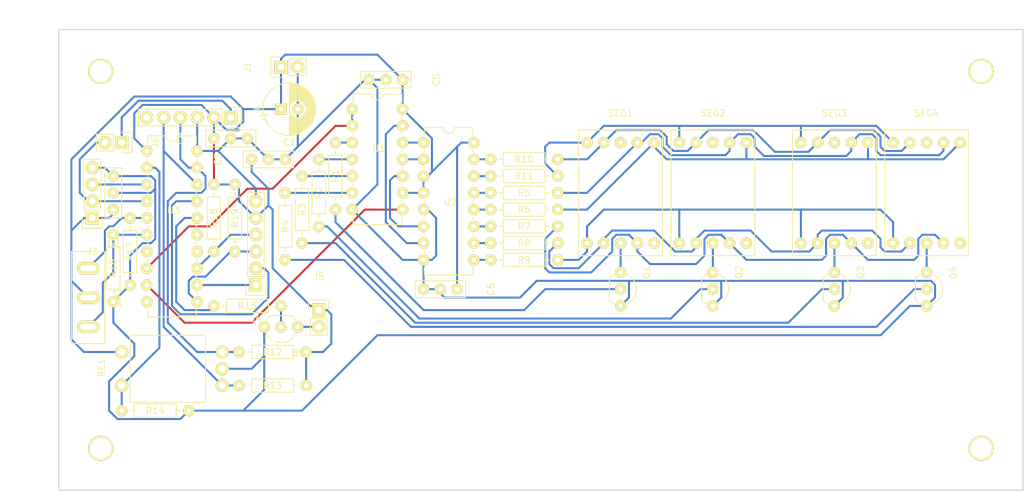
<source format=kicad_pcb>
(kicad_pcb (version 4) (host pcbnew 4.0.1-stable)

  (general
    (links 132)
    (no_connects 4)
    (area 86.284999 57.709999 232.485001 127.710001)
    (thickness 1.6)
    (drawings 6)
    (tracks 441)
    (zones 0)
    (modules 49)
    (nets 55)
  )

  (page A4)
  (layers
    (0 F.Cu signal)
    (31 B.Cu signal)
    (32 B.Adhes user)
    (33 F.Adhes user)
    (34 B.Paste user)
    (35 F.Paste user)
    (36 B.SilkS user)
    (37 F.SilkS user)
    (38 B.Mask user)
    (39 F.Mask user)
    (40 Dwgs.User user)
    (41 Cmts.User user)
    (42 Eco1.User user)
    (43 Eco2.User user)
    (44 Edge.Cuts user)
    (45 Margin user)
    (46 B.CrtYd user)
    (47 F.CrtYd user)
    (48 B.Fab user)
    (49 F.Fab user)
  )

  (setup
    (last_trace_width 0.3048)
    (trace_clearance 0.2)
    (zone_clearance 0.508)
    (zone_45_only no)
    (trace_min 0.2)
    (segment_width 0.2)
    (edge_width 0.15)
    (via_size 0.6)
    (via_drill 0.4)
    (via_min_size 0.4)
    (via_min_drill 0.3)
    (uvia_size 0.3)
    (uvia_drill 0.1)
    (uvias_allowed no)
    (uvia_min_size 0.2)
    (uvia_min_drill 0.1)
    (pcb_text_width 0.3)
    (pcb_text_size 1.5 1.5)
    (mod_edge_width 0.15)
    (mod_text_size 1 1)
    (mod_text_width 0.15)
    (pad_size 1.524 1.524)
    (pad_drill 0.762)
    (pad_to_mask_clearance 0.2)
    (aux_axis_origin 0 0)
    (visible_elements 7FFEFFFF)
    (pcbplotparams
      (layerselection 0x01020_80000000)
      (usegerberextensions false)
      (excludeedgelayer true)
      (linewidth 0.100000)
      (plotframeref false)
      (viasonmask false)
      (mode 1)
      (useauxorigin false)
      (hpglpennumber 1)
      (hpglpenspeed 20)
      (hpglpendiameter 15)
      (hpglpenoverlay 2)
      (psnegative false)
      (psa4output false)
      (plotreference false)
      (plotvalue false)
      (plotinvisibletext false)
      (padsonsilk false)
      (subtractmaskfromsilk false)
      (outputformat 1)
      (mirror false)
      (drillshape 0)
      (scaleselection 1)
      (outputdirectory ""))
  )

  (net 0 "")
  (net 1 Vdd)
  (net 2 Vss)
  (net 3 PGD)
  (net 4 PGC)
  (net 5 "Net-(J2-Pad6)")
  (net 6 Trigger)
  (net 7 Echo)
  (net 8 32K)
  (net 9 SQW)
  (net 10 SCL)
  (net 11 SDA)
  (net 12 "Net-(J5-Pad2)")
  (net 13 D3)
  (net 14 "Net-(Q1-Pad1)")
  (net 15 D2)
  (net 16 "Net-(Q2-Pad1)")
  (net 17 D1)
  (net 18 "Net-(Q3-Pad1)")
  (net 19 D0)
  (net 20 "Net-(Q4-Pad1)")
  (net 21 "Net-(Q5-Pad2)")
  (net 22 "Net-(R1-Pad1)")
  (net 23 "Net-(R2-Pad1)")
  (net 24 "Net-(R3-Pad1)")
  (net 25 "Net-(R4-Pad1)")
  (net 26 "Net-(R5-Pad1)")
  (net 27 "Net-(R5-Pad2)")
  (net 28 "Net-(R6-Pad1)")
  (net 29 "Net-(R6-Pad2)")
  (net 30 "Net-(R7-Pad1)")
  (net 31 "Net-(R7-Pad2)")
  (net 32 "Net-(R8-Pad1)")
  (net 33 "Net-(R8-Pad2)")
  (net 34 "Net-(R9-Pad1)")
  (net 35 "Net-(R9-Pad2)")
  (net 36 "Net-(R10-Pad1)")
  (net 37 "Net-(R10-Pad2)")
  (net 38 "Net-(R11-Pad1)")
  (net 39 "Net-(R11-Pad2)")
  (net 40 RotarySW)
  (net 41 Buzzer)
  (net 42 SW2)
  (net 43 SW1)
  (net 44 DI)
  (net 45 CLK)
  (net 46 "Net-(U1-Pad10)")
  (net 47 "Net-(U1-Pad11)")
  (net 48 "Net-(U1-Pad12)")
  (net 49 "Net-(U1-Pad13)")
  (net 50 "Net-(U3-Pad7)")
  (net 51 "Net-(U3-Pad10)")
  (net 52 "Net-(U3-Pad14)")
  (net 53 "Net-(U3-Pad15)")
  (net 54 Vpp)

  (net_class Default "This is the default net class."
    (clearance 0.2)
    (trace_width 0.3048)
    (via_dia 0.6)
    (via_drill 0.4)
    (uvia_dia 0.3)
    (uvia_drill 0.1)
    (add_net 32K)
    (add_net Buzzer)
    (add_net CLK)
    (add_net D0)
    (add_net D1)
    (add_net D2)
    (add_net D3)
    (add_net DI)
    (add_net Echo)
    (add_net "Net-(J2-Pad6)")
    (add_net "Net-(J5-Pad2)")
    (add_net "Net-(Q1-Pad1)")
    (add_net "Net-(Q2-Pad1)")
    (add_net "Net-(Q3-Pad1)")
    (add_net "Net-(Q4-Pad1)")
    (add_net "Net-(Q5-Pad2)")
    (add_net "Net-(R1-Pad1)")
    (add_net "Net-(R10-Pad1)")
    (add_net "Net-(R10-Pad2)")
    (add_net "Net-(R11-Pad1)")
    (add_net "Net-(R11-Pad2)")
    (add_net "Net-(R2-Pad1)")
    (add_net "Net-(R3-Pad1)")
    (add_net "Net-(R4-Pad1)")
    (add_net "Net-(R5-Pad1)")
    (add_net "Net-(R5-Pad2)")
    (add_net "Net-(R6-Pad1)")
    (add_net "Net-(R6-Pad2)")
    (add_net "Net-(R7-Pad1)")
    (add_net "Net-(R7-Pad2)")
    (add_net "Net-(R8-Pad1)")
    (add_net "Net-(R8-Pad2)")
    (add_net "Net-(R9-Pad1)")
    (add_net "Net-(R9-Pad2)")
    (add_net "Net-(U1-Pad10)")
    (add_net "Net-(U1-Pad11)")
    (add_net "Net-(U1-Pad12)")
    (add_net "Net-(U1-Pad13)")
    (add_net "Net-(U3-Pad10)")
    (add_net "Net-(U3-Pad14)")
    (add_net "Net-(U3-Pad15)")
    (add_net "Net-(U3-Pad7)")
    (add_net PGC)
    (add_net PGD)
    (add_net RotarySW)
    (add_net SCL)
    (add_net SDA)
    (add_net SQW)
    (add_net SW1)
    (add_net SW2)
    (add_net Trigger)
    (add_net Vdd)
    (add_net Vpp)
    (add_net Vss)
  )

  (module "Custom Footprint:Cap_UnPol_P3" (layer F.Cu) (tedit 580EAA09) (tstamp 5880AE87)
    (at 146.685 97.155 270)
    (descr "Through hole pin header")
    (tags "pin header")
    (path /5882DBF9)
    (fp_text reference C6 (at 0 -5.1 270) (layer F.SilkS)
      (effects (font (size 1 1) (thickness 0.15)))
    )
    (fp_text value 100nF (at 0 -3.1 270) (layer F.Fab)
      (effects (font (size 1 1) (thickness 0.15)))
    )
    (fp_line (start 1.27 3.81) (end 1.27 6.35) (layer F.SilkS) (width 0.15))
    (fp_line (start 1.27 6.35) (end -1.27 6.35) (layer F.SilkS) (width 0.15))
    (fp_line (start -1.27 6.35) (end -1.27 3.81) (layer F.SilkS) (width 0.15))
    (fp_line (start -1.27 1.27) (end -1.27 -1.27) (layer F.SilkS) (width 0.15))
    (fp_line (start -1.27 -1.27) (end 1.27 -1.27) (layer F.SilkS) (width 0.15))
    (fp_line (start 1.27 -1.27) (end 1.27 1.27) (layer F.SilkS) (width 0.15))
    (fp_line (start 1.27 1.27) (end 1.27 3.81) (layer F.SilkS) (width 0.15))
    (fp_line (start -1.75 -1.75) (end -1.75 4.3) (layer F.CrtYd) (width 0.05))
    (fp_line (start 1.75 -1.75) (end 1.75 4.3) (layer F.CrtYd) (width 0.05))
    (fp_line (start -1.75 -1.75) (end 1.75 -1.75) (layer F.CrtYd) (width 0.05))
    (fp_line (start -1.75 4.3) (end 1.75 4.3) (layer F.CrtYd) (width 0.05))
    (fp_line (start -1.27 1.27) (end -1.27 3.81) (layer F.SilkS) (width 0.15))
    (pad 1 thru_hole circle (at 0 0 270) (size 1.716 1.716) (drill 0.7) (layers *.Cu *.Mask F.SilkS)
      (net 1 Vdd))
    (pad 2 thru_hole circle (at 0 2.54 270) (size 1.716 1.716) (drill 0.7) (layers *.Cu *.Mask F.SilkS)
      (net 2 Vss))
    (pad 2 thru_hole circle (at 0 5.08 270) (size 1.716 1.716) (drill 0.7) (layers *.Cu *.Mask F.SilkS)
      (net 2 Vss))
    (model Pin_Headers.3dshapes/Pin_Header_Straight_1x02.wrl
      (at (xyz 0 -0.05 0))
      (scale (xyz 1 1 1))
      (rotate (xyz 0 0 90))
    )
  )

  (module "Custom Footprint:IC_PDIP_16pin" (layer F.Cu) (tedit 580EB3E0) (tstamp 5880AFC2)
    (at 141.605 74.93)
    (descr "16-lead dip package, row spacing 7.62 mm (300 mils)")
    (tags "dil dip 2.54 300")
    (path /58807DC4)
    (fp_text reference U2 (at 4.064 9.017) (layer F.SilkS)
      (effects (font (size 1 1) (thickness 0.15)))
    )
    (fp_text value 4511 (at 3.683 -3.429) (layer F.Fab)
      (effects (font (size 1 1) (thickness 0.15)))
    )
    (fp_line (start 0.127 3.937) (end 0.127 3.683) (layer F.SilkS) (width 0.15))
    (fp_line (start 0.127 6.477) (end 0.127 6.223) (layer F.SilkS) (width 0.15))
    (fp_line (start 0.127 9.017) (end 0.127 8.763) (layer F.SilkS) (width 0.15))
    (fp_line (start 0.127 11.557) (end 0.127 11.303) (layer F.SilkS) (width 0.15))
    (fp_line (start 0.127 14.097) (end 0.127 13.843) (layer F.SilkS) (width 0.15))
    (fp_line (start 0.127 16.637) (end 0.127 16.383) (layer F.SilkS) (width 0.15))
    (fp_line (start 0.127 18.923) (end 0.127 20.066) (layer F.SilkS) (width 0.15))
    (fp_line (start 7.493 18.923) (end 7.493 20.066) (layer F.SilkS) (width 0.15))
    (fp_line (start 7.493 16.383) (end 7.493 16.637) (layer F.SilkS) (width 0.15))
    (fp_line (start 7.493 13.843) (end 7.493 14.097) (layer F.SilkS) (width 0.15))
    (fp_line (start 7.493 11.303) (end 7.493 11.557) (layer F.SilkS) (width 0.15))
    (fp_line (start 7.493 8.763) (end 7.493 9.017) (layer F.SilkS) (width 0.15))
    (fp_line (start 7.493 6.223) (end 7.493 6.477) (layer F.SilkS) (width 0.15))
    (fp_line (start 7.493 3.683) (end 7.493 3.937) (layer F.SilkS) (width 0.15))
    (fp_line (start 0.127 1.143) (end 0.127 1.397) (layer F.SilkS) (width 0.15))
    (fp_line (start 0.127 -1.143) (end 0.127 -2.286) (layer F.SilkS) (width 0.15))
    (fp_line (start 7.493 -1.143) (end 7.493 -2.286) (layer F.SilkS) (width 0.15))
    (fp_line (start 7.493 1.143) (end 7.493 1.397) (layer F.SilkS) (width 0.15))
    (fp_line (start 4.699 -2.286) (end 7.493 -2.286) (layer F.SilkS) (width 0.15))
    (fp_line (start 0.127 -2.286) (end 2.921 -2.286) (layer F.SilkS) (width 0.15))
    (fp_arc (start 3.81 -2.286) (end 4.699 -2.286) (angle 180) (layer F.SilkS) (width 0.15))
    (fp_line (start 0.135 20.075) (end 7.485 20.075) (layer F.SilkS) (width 0.15))
    (pad 1 thru_hole circle (at 0 0) (size 1.716 1.716) (drill 0.7) (layers *.Cu *.Mask F.SilkS)
      (net 48 "Net-(U1-Pad12)"))
    (pad 2 thru_hole circle (at 0 2.54) (size 1.716 1.716) (drill 0.7) (layers *.Cu *.Mask F.SilkS)
      (net 47 "Net-(U1-Pad11)"))
    (pad 3 thru_hole circle (at 0 5.08) (size 1.716 1.716) (drill 0.7) (layers *.Cu *.Mask F.SilkS)
      (net 1 Vdd))
    (pad 4 thru_hole circle (at 0 7.62) (size 1.716 1.716) (drill 0.7) (layers *.Cu *.Mask F.SilkS)
      (net 1 Vdd))
    (pad 5 thru_hole circle (at 0 10.16) (size 1.716 1.716) (drill 0.7) (layers *.Cu *.Mask F.SilkS)
      (net 2 Vss))
    (pad 6 thru_hole circle (at 0 12.7) (size 1.716 1.716) (drill 0.7) (layers *.Cu *.Mask F.SilkS)
      (net 46 "Net-(U1-Pad10)"))
    (pad 7 thru_hole circle (at 0 15.24) (size 1.716 1.716) (drill 0.7) (layers *.Cu *.Mask F.SilkS)
      (net 49 "Net-(U1-Pad13)"))
    (pad 8 thru_hole circle (at 0 17.78) (size 1.716 1.716) (drill 0.7) (layers *.Cu *.Mask F.SilkS)
      (net 2 Vss))
    (pad 9 thru_hole circle (at 7.62 17.78) (size 1.716 1.716) (drill 0.7) (layers *.Cu *.Mask F.SilkS)
      (net 35 "Net-(R9-Pad2)"))
    (pad 10 thru_hole circle (at 7.62 15.24) (size 1.716 1.716) (drill 0.7) (layers *.Cu *.Mask F.SilkS)
      (net 33 "Net-(R8-Pad2)"))
    (pad 11 thru_hole circle (at 7.62 12.7) (size 1.716 1.716) (drill 0.7) (layers *.Cu *.Mask F.SilkS)
      (net 31 "Net-(R7-Pad2)"))
    (pad 12 thru_hole circle (at 7.62 10.16) (size 1.716 1.716) (drill 0.7) (layers *.Cu *.Mask F.SilkS)
      (net 29 "Net-(R6-Pad2)"))
    (pad 13 thru_hole circle (at 7.62 7.62) (size 1.716 1.716) (drill 0.7) (layers *.Cu *.Mask F.SilkS)
      (net 27 "Net-(R5-Pad2)"))
    (pad 14 thru_hole circle (at 7.62 5.08) (size 1.716 1.716) (drill 0.7) (layers *.Cu *.Mask F.SilkS)
      (net 39 "Net-(R11-Pad2)"))
    (pad 15 thru_hole circle (at 7.62 2.54) (size 1.716 1.716) (drill 0.7) (layers *.Cu *.Mask F.SilkS)
      (net 37 "Net-(R10-Pad2)"))
    (pad 16 thru_hole circle (at 7.62 0) (size 1.716 1.716) (drill 0.7) (layers *.Cu *.Mask F.SilkS)
      (net 1 Vdd))
    (model Housings_DIP.3dshapes/DIP-16_W7.62mm.wrl
      (at (xyz 0 0 0))
      (scale (xyz 1 1 1))
      (rotate (xyz 0 0 0))
    )
  )

  (module "Custom Footprint:Cap_Pol_Radial_D8_P2" (layer F.Cu) (tedit 57E01CAC) (tstamp 5880AE64)
    (at 120.015 69.85)
    (descr "Radial Electrolytic Capacitor Diameter 8mm x Length 13mm, Pitch 3.8mm")
    (tags "Electrolytic Capacitor")
    (path /5882BDBF)
    (fp_text reference C1 (at 1.27 5.08) (layer F.SilkS)
      (effects (font (size 1 1) (thickness 0.15)))
    )
    (fp_text value 100uF (at 1.27 -4.826) (layer F.Fab)
      (effects (font (size 1 1) (thickness 0.15)))
    )
    (fp_line (start 1.27 -0.5715) (end 1.397 -0.6985) (layer F.SilkS) (width 0.15))
    (fp_line (start 1.397 -0.6985) (end 1.397 -3.8735) (layer F.SilkS) (width 0.15))
    (fp_line (start 1.397 3.937) (end 1.397 0.635) (layer F.SilkS) (width 0.15))
    (fp_line (start 1.524 3.937) (end 1.524 0.8255) (layer F.SilkS) (width 0.15))
    (fp_line (start 1.524 0.8255) (end 1.651 0.9525) (layer F.SilkS) (width 0.15))
    (fp_line (start 1.651 0.9525) (end 1.651 3.937) (layer F.SilkS) (width 0.15))
    (fp_line (start 1.651 3.937) (end 1.778 3.937) (layer F.SilkS) (width 0.15))
    (fp_line (start 1.778 3.937) (end 1.778 1.0795) (layer F.SilkS) (width 0.15))
    (fp_line (start 1.778 1.0795) (end 1.905 1.143) (layer F.SilkS) (width 0.15))
    (fp_line (start 1.905 1.143) (end 1.905 3.937) (layer F.SilkS) (width 0.15))
    (fp_line (start 1.905 3.937) (end 2.032 3.8735) (layer F.SilkS) (width 0.15))
    (fp_line (start 2.032 3.8735) (end 2.032 1.2065) (layer F.SilkS) (width 0.15))
    (fp_line (start 2.032 1.2065) (end 2.159 1.27) (layer F.SilkS) (width 0.15))
    (fp_line (start 2.159 1.27) (end 2.159 3.81) (layer F.SilkS) (width 0.15))
    (fp_line (start 2.159 3.81) (end 2.286 3.81) (layer F.SilkS) (width 0.15))
    (fp_line (start 2.286 3.81) (end 2.286 1.27) (layer F.SilkS) (width 0.15))
    (fp_line (start 2.286 1.27) (end 2.413 1.27) (layer F.SilkS) (width 0.15))
    (fp_line (start 2.413 1.27) (end 2.413 3.81) (layer F.SilkS) (width 0.15))
    (fp_line (start 2.413 3.81) (end 2.54 3.7465) (layer F.SilkS) (width 0.15))
    (fp_line (start 2.54 3.7465) (end 2.54 1.3335) (layer F.SilkS) (width 0.15))
    (fp_line (start 2.54 1.3335) (end 2.667 1.3335) (layer F.SilkS) (width 0.15))
    (fp_line (start 2.667 1.3335) (end 2.667 3.683) (layer F.SilkS) (width 0.15))
    (fp_line (start 2.667 3.683) (end 2.794 3.6195) (layer F.SilkS) (width 0.15))
    (fp_line (start 2.794 3.6195) (end 2.794 1.27) (layer F.SilkS) (width 0.15))
    (fp_line (start 2.794 1.27) (end 2.921 1.2065) (layer F.SilkS) (width 0.15))
    (fp_line (start 2.921 1.2065) (end 2.921 3.6195) (layer F.SilkS) (width 0.15))
    (fp_line (start 2.921 3.6195) (end 3.048 3.4925) (layer F.SilkS) (width 0.15))
    (fp_line (start 3.048 3.4925) (end 3.048 1.2065) (layer F.SilkS) (width 0.15))
    (fp_line (start 3.048 1.2065) (end 3.175 1.143) (layer F.SilkS) (width 0.15))
    (fp_line (start 3.175 1.143) (end 3.175 3.4925) (layer F.SilkS) (width 0.15))
    (fp_line (start 3.175 3.4925) (end 3.302 3.3655) (layer F.SilkS) (width 0.15))
    (fp_line (start 3.302 3.3655) (end 3.302 1.016) (layer F.SilkS) (width 0.15))
    (fp_line (start 3.302 1.016) (end 3.429 0.9525) (layer F.SilkS) (width 0.15))
    (fp_line (start 3.429 0.9525) (end 3.429 3.3655) (layer F.SilkS) (width 0.15))
    (fp_line (start 3.429 3.3655) (end 3.556 3.175) (layer F.SilkS) (width 0.15))
    (fp_line (start 3.556 3.175) (end 3.556 0.8255) (layer F.SilkS) (width 0.15))
    (fp_line (start 3.556 0.8255) (end 3.683 0.635) (layer F.SilkS) (width 0.15))
    (fp_line (start 3.683 0.635) (end 3.683 3.1115) (layer F.SilkS) (width 0.15))
    (fp_line (start 1.524 -3.937) (end 1.524 -0.8255) (layer F.SilkS) (width 0.15))
    (fp_line (start 1.524 -0.8255) (end 1.651 -0.9525) (layer F.SilkS) (width 0.15))
    (fp_line (start 1.651 -0.9525) (end 1.651 -3.937) (layer F.SilkS) (width 0.15))
    (fp_line (start 1.651 -3.937) (end 1.778 -3.8735) (layer F.SilkS) (width 0.15))
    (fp_line (start 1.778 -3.8735) (end 1.778 -1.0795) (layer F.SilkS) (width 0.15))
    (fp_line (start 1.778 -1.0795) (end 1.905 -1.2065) (layer F.SilkS) (width 0.15))
    (fp_line (start 1.905 -1.2065) (end 1.905 -3.937) (layer F.SilkS) (width 0.15))
    (fp_line (start 1.905 -3.937) (end 2.032 -3.8735) (layer F.SilkS) (width 0.15))
    (fp_line (start 2.032 -3.8735) (end 2.032 -1.2065) (layer F.SilkS) (width 0.15))
    (fp_line (start 2.032 -1.2065) (end 2.159 -1.27) (layer F.SilkS) (width 0.15))
    (fp_line (start 2.159 -1.27) (end 2.159 -3.81) (layer F.SilkS) (width 0.15))
    (fp_line (start 2.159 -3.81) (end 2.286 -3.81) (layer F.SilkS) (width 0.15))
    (fp_line (start 2.286 -3.81) (end 2.286 -1.27) (layer F.SilkS) (width 0.15))
    (fp_line (start 2.286 -1.27) (end 2.413 -1.27) (layer F.SilkS) (width 0.15))
    (fp_line (start 2.413 -1.27) (end 2.413 -3.81) (layer F.SilkS) (width 0.15))
    (fp_line (start 2.413 -3.81) (end 2.54 -3.7465) (layer F.SilkS) (width 0.15))
    (fp_line (start 2.54 -3.7465) (end 2.54 -1.27) (layer F.SilkS) (width 0.15))
    (fp_line (start 2.54 -1.27) (end 2.667 -1.27) (layer F.SilkS) (width 0.15))
    (fp_line (start 2.667 -1.27) (end 2.667 -3.7465) (layer F.SilkS) (width 0.15))
    (fp_line (start 2.667 -3.7465) (end 2.794 -3.683) (layer F.SilkS) (width 0.15))
    (fp_line (start 2.794 -3.683) (end 2.794 -1.27) (layer F.SilkS) (width 0.15))
    (fp_line (start 2.794 -1.27) (end 2.921 -1.27) (layer F.SilkS) (width 0.15))
    (fp_line (start 2.921 -1.27) (end 2.921 -3.6195) (layer F.SilkS) (width 0.15))
    (fp_line (start 2.921 -3.6195) (end 3.048 -3.556) (layer F.SilkS) (width 0.15))
    (fp_line (start 3.048 -3.556) (end 3.048 -1.2065) (layer F.SilkS) (width 0.15))
    (fp_line (start 3.048 -1.2065) (end 3.175 -1.143) (layer F.SilkS) (width 0.15))
    (fp_line (start 3.175 -1.143) (end 3.175 -3.4925) (layer F.SilkS) (width 0.15))
    (fp_line (start 3.175 -3.4925) (end 3.302 -3.429) (layer F.SilkS) (width 0.15))
    (fp_line (start 3.302 -3.429) (end 3.302 -1.016) (layer F.SilkS) (width 0.15))
    (fp_line (start 3.302 -1.016) (end 3.429 -0.9525) (layer F.SilkS) (width 0.15))
    (fp_line (start 3.429 -0.9525) (end 3.429 -3.302) (layer F.SilkS) (width 0.15))
    (fp_line (start 3.429 -3.302) (end 3.556 -3.2385) (layer F.SilkS) (width 0.15))
    (fp_line (start 3.556 -3.2385) (end 3.556 -0.8255) (layer F.SilkS) (width 0.15))
    (fp_line (start 3.556 -0.8255) (end 3.683 -0.635) (layer F.SilkS) (width 0.15))
    (fp_line (start 3.683 -0.635) (end 3.683 -3.1115) (layer F.SilkS) (width 0.15))
    (fp_line (start -3.556 -0.508) (end -3.556 0.508) (layer F.SilkS) (width 0.15))
    (fp_line (start -3.556 0.508) (end -3.556 0) (layer F.SilkS) (width 0.15))
    (fp_line (start -3.556 0) (end -4.064 0) (layer F.SilkS) (width 0.15))
    (fp_line (start -4.064 0) (end -3.048 0) (layer F.SilkS) (width 0.15))
    (fp_line (start 3.81 -2.9845) (end 4.191 -2.6035) (layer F.SilkS) (width 0.15))
    (fp_line (start 4.7625 -1.905) (end 4.6355 -1.9685) (layer F.SilkS) (width 0.15))
    (fp_line (start 4.6355 -1.9685) (end 4.445 -2.032) (layer F.SilkS) (width 0.15))
    (fp_line (start 5.0165 1.2065) (end 5.0165 1.016) (layer F.SilkS) (width 0.15))
    (fp_line (start 3.937 2.8575) (end 4.064 2.7305) (layer F.SilkS) (width 0.15))
    (fp_line (start 4.445 2.2225) (end 4.5085 2.159) (layer F.SilkS) (width 0.15))
    (fp_circle (center 2.54 0) (end 3.81 0) (layer F.SilkS) (width 0.15))
    (fp_line (start 1.27 -4.0005) (end 1.27 3.937) (layer F.SilkS) (width 0.15))
    (fp_line (start 1.27 3.937) (end 1.397 3.937) (layer F.SilkS) (width 0.15))
    (fp_line (start 3.683 -3.175) (end 3.81 -3.048) (layer F.SilkS) (width 0.15))
    (fp_line (start 3.81 -3.048) (end 3.81 3.048) (layer F.SilkS) (width 0.15))
    (fp_line (start 3.81 3.048) (end 3.937 2.8575) (layer F.SilkS) (width 0.15))
    (fp_line (start 3.937 2.8575) (end 3.937 -2.8575) (layer F.SilkS) (width 0.15))
    (fp_line (start 3.937 -2.8575) (end 4.064 -2.794) (layer F.SilkS) (width 0.15))
    (fp_line (start 4.064 -2.794) (end 4.064 2.7305) (layer F.SilkS) (width 0.15))
    (fp_line (start 4.064 2.7305) (end 4.191 2.6035) (layer F.SilkS) (width 0.15))
    (fp_line (start 4.191 2.6035) (end 4.191 -2.6035) (layer F.SilkS) (width 0.15))
    (fp_line (start 4.191 -2.6035) (end 4.318 -2.4765) (layer F.SilkS) (width 0.15))
    (fp_line (start 4.318 -2.4765) (end 4.318 2.4765) (layer F.SilkS) (width 0.15))
    (fp_line (start 4.318 2.4765) (end 4.445 2.3495) (layer F.SilkS) (width 0.15))
    (fp_line (start 4.445 2.3495) (end 4.445 -2.413) (layer F.SilkS) (width 0.15))
    (fp_line (start 4.445 -2.413) (end 4.572 -2.159) (layer F.SilkS) (width 0.15))
    (fp_line (start 4.572 -2.159) (end 4.572 2.0955) (layer F.SilkS) (width 0.15))
    (fp_line (start 4.572 2.0955) (end 4.699 1.905) (layer F.SilkS) (width 0.15))
    (fp_line (start 4.699 1.905) (end 4.699 -1.905) (layer F.SilkS) (width 0.15))
    (fp_line (start 4.699 -1.905) (end 4.826 -1.651) (layer F.SilkS) (width 0.15))
    (fp_line (start 4.826 -1.651) (end 4.826 1.7145) (layer F.SilkS) (width 0.15))
    (fp_line (start 4.826 1.7145) (end 4.953 1.3335) (layer F.SilkS) (width 0.15))
    (fp_line (start 4.953 1.3335) (end 4.953 -1.4605) (layer F.SilkS) (width 0.15))
    (fp_line (start 4.953 -1.4605) (end 5.08 -1.0795) (layer F.SilkS) (width 0.15))
    (fp_line (start 5.08 -1.0795) (end 5.08 1.016) (layer F.SilkS) (width 0.15))
    (fp_line (start 5.08 1.016) (end 5.1435 0.6985) (layer F.SilkS) (width 0.15))
    (fp_line (start 5.1435 0.6985) (end 5.1435 -0.5715) (layer F.SilkS) (width 0.15))
    (fp_circle (center 1.27 0) (end 5.27 0) (layer F.SilkS) (width 0.15))
    (pad 1 thru_hole rect (at 0 0) (size 1.716 1.716) (drill 0.7) (layers *.Cu *.Mask F.SilkS)
      (net 1 Vdd))
    (pad 2 thru_hole circle (at 2.54 0) (size 1.716 1.716) (drill 0.7) (layers *.Cu *.Mask F.SilkS)
      (net 2 Vss))
    (model Capacitors_ThroughHole.3dshapes/C_Radial_D8_L13_P3.8.wrl
      (at (xyz 0.0748031 0 0))
      (scale (xyz 1 1 1))
      (rotate (xyz 0 0 90))
    )
  )

  (module "Custom Footprint:Cap_UnPol_P3" (layer F.Cu) (tedit 580EAA09) (tstamp 5880AE6B)
    (at 94.615 85.09 180)
    (descr "Through hole pin header")
    (tags "pin header")
    (path /5882B91D)
    (fp_text reference C2 (at 0 -5.1 180) (layer F.SilkS)
      (effects (font (size 1 1) (thickness 0.15)))
    )
    (fp_text value 100nF (at 0 -3.1 180) (layer F.Fab)
      (effects (font (size 1 1) (thickness 0.15)))
    )
    (fp_line (start 1.27 3.81) (end 1.27 6.35) (layer F.SilkS) (width 0.15))
    (fp_line (start 1.27 6.35) (end -1.27 6.35) (layer F.SilkS) (width 0.15))
    (fp_line (start -1.27 6.35) (end -1.27 3.81) (layer F.SilkS) (width 0.15))
    (fp_line (start -1.27 1.27) (end -1.27 -1.27) (layer F.SilkS) (width 0.15))
    (fp_line (start -1.27 -1.27) (end 1.27 -1.27) (layer F.SilkS) (width 0.15))
    (fp_line (start 1.27 -1.27) (end 1.27 1.27) (layer F.SilkS) (width 0.15))
    (fp_line (start 1.27 1.27) (end 1.27 3.81) (layer F.SilkS) (width 0.15))
    (fp_line (start -1.75 -1.75) (end -1.75 4.3) (layer F.CrtYd) (width 0.05))
    (fp_line (start 1.75 -1.75) (end 1.75 4.3) (layer F.CrtYd) (width 0.05))
    (fp_line (start -1.75 -1.75) (end 1.75 -1.75) (layer F.CrtYd) (width 0.05))
    (fp_line (start -1.75 4.3) (end 1.75 4.3) (layer F.CrtYd) (width 0.05))
    (fp_line (start -1.27 1.27) (end -1.27 3.81) (layer F.SilkS) (width 0.15))
    (pad 1 thru_hole circle (at 0 0 180) (size 1.716 1.716) (drill 0.7) (layers *.Cu *.Mask F.SilkS)
      (net 1 Vdd))
    (pad 2 thru_hole circle (at 0 2.54 180) (size 1.716 1.716) (drill 0.7) (layers *.Cu *.Mask F.SilkS)
      (net 2 Vss))
    (pad 2 thru_hole circle (at 0 5.08 180) (size 1.716 1.716) (drill 0.7) (layers *.Cu *.Mask F.SilkS)
      (net 2 Vss))
    (model Pin_Headers.3dshapes/Pin_Header_Straight_1x02.wrl
      (at (xyz 0 -0.05 0))
      (scale (xyz 1 1 1))
      (rotate (xyz 0 0 90))
    )
  )

  (module "Custom Footprint:Cap_UnPol_P3" (layer F.Cu) (tedit 580EAA09) (tstamp 5880AE72)
    (at 115.57 77.47 90)
    (descr "Through hole pin header")
    (tags "pin header")
    (path /5882DA37)
    (fp_text reference C3 (at 0 -5.1 90) (layer F.SilkS)
      (effects (font (size 1 1) (thickness 0.15)))
    )
    (fp_text value 100nF (at 0 -3.1 90) (layer F.Fab)
      (effects (font (size 1 1) (thickness 0.15)))
    )
    (fp_line (start 1.27 3.81) (end 1.27 6.35) (layer F.SilkS) (width 0.15))
    (fp_line (start 1.27 6.35) (end -1.27 6.35) (layer F.SilkS) (width 0.15))
    (fp_line (start -1.27 6.35) (end -1.27 3.81) (layer F.SilkS) (width 0.15))
    (fp_line (start -1.27 1.27) (end -1.27 -1.27) (layer F.SilkS) (width 0.15))
    (fp_line (start -1.27 -1.27) (end 1.27 -1.27) (layer F.SilkS) (width 0.15))
    (fp_line (start 1.27 -1.27) (end 1.27 1.27) (layer F.SilkS) (width 0.15))
    (fp_line (start 1.27 1.27) (end 1.27 3.81) (layer F.SilkS) (width 0.15))
    (fp_line (start -1.75 -1.75) (end -1.75 4.3) (layer F.CrtYd) (width 0.05))
    (fp_line (start 1.75 -1.75) (end 1.75 4.3) (layer F.CrtYd) (width 0.05))
    (fp_line (start -1.75 -1.75) (end 1.75 -1.75) (layer F.CrtYd) (width 0.05))
    (fp_line (start -1.75 4.3) (end 1.75 4.3) (layer F.CrtYd) (width 0.05))
    (fp_line (start -1.27 1.27) (end -1.27 3.81) (layer F.SilkS) (width 0.15))
    (pad 1 thru_hole circle (at 0 0 90) (size 1.716 1.716) (drill 0.7) (layers *.Cu *.Mask F.SilkS)
      (net 1 Vdd))
    (pad 2 thru_hole circle (at 0 2.54 90) (size 1.716 1.716) (drill 0.7) (layers *.Cu *.Mask F.SilkS)
      (net 2 Vss))
    (pad 2 thru_hole circle (at 0 5.08 90) (size 1.716 1.716) (drill 0.7) (layers *.Cu *.Mask F.SilkS)
      (net 2 Vss))
    (model Pin_Headers.3dshapes/Pin_Header_Straight_1x02.wrl
      (at (xyz 0 -0.05 0))
      (scale (xyz 1 1 1))
      (rotate (xyz 0 0 90))
    )
  )

  (module "Custom Footprint:Cap_UnPol_P3" (layer F.Cu) (tedit 580EAA09) (tstamp 5880AE79)
    (at 109.855 74.295 90)
    (descr "Through hole pin header")
    (tags "pin header")
    (path /5882DADE)
    (fp_text reference C4 (at 0 -5.1 90) (layer F.SilkS)
      (effects (font (size 1 1) (thickness 0.15)))
    )
    (fp_text value 100nF (at 0 -3.1 90) (layer F.Fab)
      (effects (font (size 1 1) (thickness 0.15)))
    )
    (fp_line (start 1.27 3.81) (end 1.27 6.35) (layer F.SilkS) (width 0.15))
    (fp_line (start 1.27 6.35) (end -1.27 6.35) (layer F.SilkS) (width 0.15))
    (fp_line (start -1.27 6.35) (end -1.27 3.81) (layer F.SilkS) (width 0.15))
    (fp_line (start -1.27 1.27) (end -1.27 -1.27) (layer F.SilkS) (width 0.15))
    (fp_line (start -1.27 -1.27) (end 1.27 -1.27) (layer F.SilkS) (width 0.15))
    (fp_line (start 1.27 -1.27) (end 1.27 1.27) (layer F.SilkS) (width 0.15))
    (fp_line (start 1.27 1.27) (end 1.27 3.81) (layer F.SilkS) (width 0.15))
    (fp_line (start -1.75 -1.75) (end -1.75 4.3) (layer F.CrtYd) (width 0.05))
    (fp_line (start 1.75 -1.75) (end 1.75 4.3) (layer F.CrtYd) (width 0.05))
    (fp_line (start -1.75 -1.75) (end 1.75 -1.75) (layer F.CrtYd) (width 0.05))
    (fp_line (start -1.75 4.3) (end 1.75 4.3) (layer F.CrtYd) (width 0.05))
    (fp_line (start -1.27 1.27) (end -1.27 3.81) (layer F.SilkS) (width 0.15))
    (pad 1 thru_hole circle (at 0 0 90) (size 1.716 1.716) (drill 0.7) (layers *.Cu *.Mask F.SilkS)
      (net 1 Vdd))
    (pad 2 thru_hole circle (at 0 2.54 90) (size 1.716 1.716) (drill 0.7) (layers *.Cu *.Mask F.SilkS)
      (net 2 Vss))
    (pad 2 thru_hole circle (at 0 5.08 90) (size 1.716 1.716) (drill 0.7) (layers *.Cu *.Mask F.SilkS)
      (net 2 Vss))
    (model Pin_Headers.3dshapes/Pin_Header_Straight_1x02.wrl
      (at (xyz 0 -0.05 0))
      (scale (xyz 1 1 1))
      (rotate (xyz 0 0 90))
    )
  )

  (module "Custom Footprint:Cap_UnPol_P3" (layer F.Cu) (tedit 580EAA09) (tstamp 5880AE80)
    (at 138.43 65.405 270)
    (descr "Through hole pin header")
    (tags "pin header")
    (path /5882DB6A)
    (fp_text reference C5 (at 0 -5.1 270) (layer F.SilkS)
      (effects (font (size 1 1) (thickness 0.15)))
    )
    (fp_text value 100nF (at 0 -3.1 270) (layer F.Fab)
      (effects (font (size 1 1) (thickness 0.15)))
    )
    (fp_line (start 1.27 3.81) (end 1.27 6.35) (layer F.SilkS) (width 0.15))
    (fp_line (start 1.27 6.35) (end -1.27 6.35) (layer F.SilkS) (width 0.15))
    (fp_line (start -1.27 6.35) (end -1.27 3.81) (layer F.SilkS) (width 0.15))
    (fp_line (start -1.27 1.27) (end -1.27 -1.27) (layer F.SilkS) (width 0.15))
    (fp_line (start -1.27 -1.27) (end 1.27 -1.27) (layer F.SilkS) (width 0.15))
    (fp_line (start 1.27 -1.27) (end 1.27 1.27) (layer F.SilkS) (width 0.15))
    (fp_line (start 1.27 1.27) (end 1.27 3.81) (layer F.SilkS) (width 0.15))
    (fp_line (start -1.75 -1.75) (end -1.75 4.3) (layer F.CrtYd) (width 0.05))
    (fp_line (start 1.75 -1.75) (end 1.75 4.3) (layer F.CrtYd) (width 0.05))
    (fp_line (start -1.75 -1.75) (end 1.75 -1.75) (layer F.CrtYd) (width 0.05))
    (fp_line (start -1.75 4.3) (end 1.75 4.3) (layer F.CrtYd) (width 0.05))
    (fp_line (start -1.27 1.27) (end -1.27 3.81) (layer F.SilkS) (width 0.15))
    (pad 1 thru_hole circle (at 0 0 270) (size 1.716 1.716) (drill 0.7) (layers *.Cu *.Mask F.SilkS)
      (net 1 Vdd))
    (pad 2 thru_hole circle (at 0 2.54 270) (size 1.716 1.716) (drill 0.7) (layers *.Cu *.Mask F.SilkS)
      (net 2 Vss))
    (pad 2 thru_hole circle (at 0 5.08 270) (size 1.716 1.716) (drill 0.7) (layers *.Cu *.Mask F.SilkS)
      (net 2 Vss))
    (model Pin_Headers.3dshapes/Pin_Header_Straight_1x02.wrl
      (at (xyz 0 -0.05 0))
      (scale (xyz 1 1 1))
      (rotate (xyz 0 0 90))
    )
  )

  (module "Custom Footprint:Pin_Header_Straight_1x02" (layer F.Cu) (tedit 57DDA340) (tstamp 5880AE8D)
    (at 120.015 63.5 90)
    (descr "Through hole pin header")
    (tags "pin header")
    (path /5880D5B6)
    (fp_text reference J1 (at 0 -5.1 90) (layer F.SilkS)
      (effects (font (size 1 1) (thickness 0.15)))
    )
    (fp_text value PWR (at 0 -3.1 90) (layer F.Fab)
      (effects (font (size 1 1) (thickness 0.15)))
    )
    (fp_line (start 1.27 1.27) (end 1.27 3.81) (layer F.SilkS) (width 0.15))
    (fp_line (start 1.55 -1.55) (end 1.55 0) (layer F.SilkS) (width 0.15))
    (fp_line (start -1.75 -1.75) (end -1.75 4.3) (layer F.CrtYd) (width 0.05))
    (fp_line (start 1.75 -1.75) (end 1.75 4.3) (layer F.CrtYd) (width 0.05))
    (fp_line (start -1.75 -1.75) (end 1.75 -1.75) (layer F.CrtYd) (width 0.05))
    (fp_line (start -1.75 4.3) (end 1.75 4.3) (layer F.CrtYd) (width 0.05))
    (fp_line (start 1.27 1.27) (end -1.27 1.27) (layer F.SilkS) (width 0.15))
    (fp_line (start -1.55 0) (end -1.55 -1.55) (layer F.SilkS) (width 0.15))
    (fp_line (start -1.55 -1.55) (end 1.55 -1.55) (layer F.SilkS) (width 0.15))
    (fp_line (start -1.27 1.27) (end -1.27 3.81) (layer F.SilkS) (width 0.15))
    (fp_line (start -1.27 3.81) (end 1.27 3.81) (layer F.SilkS) (width 0.15))
    (pad 1 thru_hole rect (at 0 0 90) (size 2.016 2.016) (drill 1) (layers *.Cu *.Mask F.SilkS)
      (net 1 Vdd))
    (pad 2 thru_hole circle (at 0 2.54 90) (size 2.016 2.016) (drill 1) (layers *.Cu *.Mask F.SilkS)
      (net 2 Vss))
    (model Pin_Headers.3dshapes/Pin_Header_Straight_1x02.wrl
      (at (xyz 0 -0.05 0))
      (scale (xyz 1 1 1))
      (rotate (xyz 0 0 90))
    )
  )

  (module "Custom Footprint:Pin_Header_Straight_1x06" (layer F.Cu) (tedit 57F5F010) (tstamp 5880AE97)
    (at 112.395 71.12 270)
    (descr "Through hole pin header")
    (tags "pin header")
    (path /5880E098)
    (fp_text reference J2 (at 0 -5.1 270) (layer F.SilkS)
      (effects (font (size 1 1) (thickness 0.15)))
    )
    (fp_text value PICKIT (at 0 -3.1 270) (layer F.Fab)
      (effects (font (size 1 1) (thickness 0.15)))
    )
    (fp_line (start -1.75 -1.75) (end -1.75 14.45) (layer F.CrtYd) (width 0.05))
    (fp_line (start 1.75 -1.75) (end 1.75 14.45) (layer F.CrtYd) (width 0.05))
    (fp_line (start -1.75 -1.75) (end 1.75 -1.75) (layer F.CrtYd) (width 0.05))
    (fp_line (start -1.75 14.45) (end 1.75 14.45) (layer F.CrtYd) (width 0.05))
    (fp_line (start 1.27 1.27) (end 1.27 13.97) (layer F.SilkS) (width 0.15))
    (fp_line (start 1.27 13.97) (end -1.27 13.97) (layer F.SilkS) (width 0.15))
    (fp_line (start -1.27 13.97) (end -1.27 1.27) (layer F.SilkS) (width 0.15))
    (fp_line (start 1.55 -1.55) (end 1.55 0) (layer F.SilkS) (width 0.15))
    (fp_line (start 1.27 1.27) (end -1.27 1.27) (layer F.SilkS) (width 0.15))
    (fp_line (start -1.55 0) (end -1.55 -1.55) (layer F.SilkS) (width 0.15))
    (fp_line (start -1.55 -1.55) (end 1.55 -1.55) (layer F.SilkS) (width 0.15))
    (pad 1 thru_hole rect (at 0 0 270) (size 2.016 2.016) (drill 1) (layers *.Cu *.Mask F.SilkS)
      (net 54 Vpp))
    (pad 2 thru_hole circle (at 0 2.54 270) (size 2.016 2.016) (drill 1) (layers *.Cu *.Mask F.SilkS)
      (net 1 Vdd))
    (pad 3 thru_hole circle (at 0 5.08 270) (size 2.016 2.016) (drill 1) (layers *.Cu *.Mask F.SilkS)
      (net 2 Vss))
    (pad 4 thru_hole circle (at 0 7.62 270) (size 2.016 2.016) (drill 1) (layers *.Cu *.Mask F.SilkS)
      (net 3 PGD))
    (pad 5 thru_hole circle (at 0 10.16 270) (size 2.016 2.016) (drill 1) (layers *.Cu *.Mask F.SilkS)
      (net 4 PGC))
    (pad 6 thru_hole circle (at 0 12.7 270) (size 2.016 2.016) (drill 1) (layers *.Cu *.Mask F.SilkS)
      (net 5 "Net-(J2-Pad6)"))
    (model Pin_Headers.3dshapes/Pin_Header_Straight_1x06.wrl
      (at (xyz 0 -0.25 0))
      (scale (xyz 1 1 1))
      (rotate (xyz 0 0 90))
    )
  )

  (module "Custom Footprint:Pin_Header_Straight_1x04" (layer F.Cu) (tedit 5832C1AF) (tstamp 5880AE9F)
    (at 91.44 86.36 180)
    (descr "Through hole pin header")
    (tags "pin header")
    (path /5880EBCA)
    (fp_text reference J3 (at 0 -5.1 180) (layer F.SilkS)
      (effects (font (size 1 1) (thickness 0.15)))
    )
    (fp_text value Sensor (at 0 -3.1 180) (layer F.Fab)
      (effects (font (size 1 1) (thickness 0.15)))
    )
    (fp_line (start -1.27 8.89) (end -1.27 1.27) (layer F.SilkS) (width 0.15))
    (fp_line (start 1.27 1.27) (end 1.27 8.89) (layer F.SilkS) (width 0.15))
    (fp_line (start -1.27 8.89) (end 1.27 8.89) (layer F.SilkS) (width 0.15))
    (fp_line (start -1.75 -1.75) (end -1.75 9.37) (layer F.CrtYd) (width 0.05))
    (fp_line (start 1.75 -1.75) (end 1.75 9.37) (layer F.CrtYd) (width 0.05))
    (fp_line (start -1.75 -1.75) (end 1.75 -1.75) (layer F.CrtYd) (width 0.05))
    (fp_line (start -1.75 9.37) (end 1.75 9.37) (layer F.CrtYd) (width 0.05))
    (fp_line (start 1.55 -1.55) (end 1.55 0) (layer F.SilkS) (width 0.15))
    (fp_line (start 1.27 1.27) (end -1.27 1.27) (layer F.SilkS) (width 0.15))
    (fp_line (start -1.55 0) (end -1.55 -1.55) (layer F.SilkS) (width 0.15))
    (fp_line (start -1.55 -1.55) (end 1.55 -1.55) (layer F.SilkS) (width 0.15))
    (pad 1 thru_hole rect (at 0 0 180) (size 2.016 2.016) (drill 1) (layers *.Cu *.Mask F.SilkS)
      (net 1 Vdd))
    (pad 2 thru_hole circle (at 0 2.54 180) (size 2.016 2.016) (drill 1) (layers *.Cu *.Mask F.SilkS)
      (net 6 Trigger))
    (pad 3 thru_hole circle (at 0 5.08 180) (size 2.016 2.016) (drill 1) (layers *.Cu *.Mask F.SilkS)
      (net 7 Echo))
    (pad 4 thru_hole circle (at 0 7.62 180) (size 2.016 2.016) (drill 1) (layers *.Cu *.Mask F.SilkS)
      (net 2 Vss))
    (model Pin_Headers.3dshapes/Pin_Header_Straight_1x06.wrl
      (at (xyz 0 -0.25 0))
      (scale (xyz 1 1 1))
      (rotate (xyz 0 0 90))
    )
  )

  (module "Custom Footprint:Pin_Header_Straight_1x06" (layer F.Cu) (tedit 57F5F010) (tstamp 5880AEA9)
    (at 116.205 96.52 180)
    (descr "Through hole pin header")
    (tags "pin header")
    (path /5880F26B)
    (fp_text reference J4 (at 0 -5.1 180) (layer F.SilkS)
      (effects (font (size 1 1) (thickness 0.15)))
    )
    (fp_text value DS3231 (at 0 -3.1 180) (layer F.Fab)
      (effects (font (size 1 1) (thickness 0.15)))
    )
    (fp_line (start -1.75 -1.75) (end -1.75 14.45) (layer F.CrtYd) (width 0.05))
    (fp_line (start 1.75 -1.75) (end 1.75 14.45) (layer F.CrtYd) (width 0.05))
    (fp_line (start -1.75 -1.75) (end 1.75 -1.75) (layer F.CrtYd) (width 0.05))
    (fp_line (start -1.75 14.45) (end 1.75 14.45) (layer F.CrtYd) (width 0.05))
    (fp_line (start 1.27 1.27) (end 1.27 13.97) (layer F.SilkS) (width 0.15))
    (fp_line (start 1.27 13.97) (end -1.27 13.97) (layer F.SilkS) (width 0.15))
    (fp_line (start -1.27 13.97) (end -1.27 1.27) (layer F.SilkS) (width 0.15))
    (fp_line (start 1.55 -1.55) (end 1.55 0) (layer F.SilkS) (width 0.15))
    (fp_line (start 1.27 1.27) (end -1.27 1.27) (layer F.SilkS) (width 0.15))
    (fp_line (start -1.55 0) (end -1.55 -1.55) (layer F.SilkS) (width 0.15))
    (fp_line (start -1.55 -1.55) (end 1.55 -1.55) (layer F.SilkS) (width 0.15))
    (pad 1 thru_hole rect (at 0 0 180) (size 2.016 2.016) (drill 1) (layers *.Cu *.Mask F.SilkS)
      (net 8 32K))
    (pad 2 thru_hole circle (at 0 2.54 180) (size 2.016 2.016) (drill 1) (layers *.Cu *.Mask F.SilkS)
      (net 9 SQW))
    (pad 3 thru_hole circle (at 0 5.08 180) (size 2.016 2.016) (drill 1) (layers *.Cu *.Mask F.SilkS)
      (net 10 SCL))
    (pad 4 thru_hole circle (at 0 7.62 180) (size 2.016 2.016) (drill 1) (layers *.Cu *.Mask F.SilkS)
      (net 11 SDA))
    (pad 5 thru_hole circle (at 0 10.16 180) (size 2.016 2.016) (drill 1) (layers *.Cu *.Mask F.SilkS)
      (net 1 Vdd))
    (pad 6 thru_hole circle (at 0 12.7 180) (size 2.016 2.016) (drill 1) (layers *.Cu *.Mask F.SilkS)
      (net 2 Vss))
    (model Pin_Headers.3dshapes/Pin_Header_Straight_1x06.wrl
      (at (xyz 0 -0.25 0))
      (scale (xyz 1 1 1))
      (rotate (xyz 0 0 90))
    )
  )

  (module "Custom Footprint:Pin_Header_Straight_1x02" (layer F.Cu) (tedit 57DDA340) (tstamp 5880AEAF)
    (at 125.73 100.33)
    (descr "Through hole pin header")
    (tags "pin header")
    (path /58814BD6)
    (fp_text reference J5 (at 0 -5.1) (layer F.SilkS)
      (effects (font (size 1 1) (thickness 0.15)))
    )
    (fp_text value Buzzer (at 0 -3.1) (layer F.Fab)
      (effects (font (size 1 1) (thickness 0.15)))
    )
    (fp_line (start 1.27 1.27) (end 1.27 3.81) (layer F.SilkS) (width 0.15))
    (fp_line (start 1.55 -1.55) (end 1.55 0) (layer F.SilkS) (width 0.15))
    (fp_line (start -1.75 -1.75) (end -1.75 4.3) (layer F.CrtYd) (width 0.05))
    (fp_line (start 1.75 -1.75) (end 1.75 4.3) (layer F.CrtYd) (width 0.05))
    (fp_line (start -1.75 -1.75) (end 1.75 -1.75) (layer F.CrtYd) (width 0.05))
    (fp_line (start -1.75 4.3) (end 1.75 4.3) (layer F.CrtYd) (width 0.05))
    (fp_line (start 1.27 1.27) (end -1.27 1.27) (layer F.SilkS) (width 0.15))
    (fp_line (start -1.55 0) (end -1.55 -1.55) (layer F.SilkS) (width 0.15))
    (fp_line (start -1.55 -1.55) (end 1.55 -1.55) (layer F.SilkS) (width 0.15))
    (fp_line (start -1.27 1.27) (end -1.27 3.81) (layer F.SilkS) (width 0.15))
    (fp_line (start -1.27 3.81) (end 1.27 3.81) (layer F.SilkS) (width 0.15))
    (pad 1 thru_hole rect (at 0 0) (size 2.016 2.016) (drill 1) (layers *.Cu *.Mask F.SilkS)
      (net 1 Vdd))
    (pad 2 thru_hole circle (at 0 2.54) (size 2.016 2.016) (drill 1) (layers *.Cu *.Mask F.SilkS)
      (net 12 "Net-(J5-Pad2)"))
    (model Pin_Headers.3dshapes/Pin_Header_Straight_1x02.wrl
      (at (xyz 0 -0.05 0))
      (scale (xyz 1 1 1))
      (rotate (xyz 0 0 90))
    )
  )

  (module "Custom Footprint:TO-92_Inline_Wide" (layer F.Cu) (tedit 57DDA067) (tstamp 5880AEB6)
    (at 171.45 94.615 270)
    (descr "TO-92 leads in-line, wide, drill 0.8mm (see NXP sot054_po.pdf)")
    (tags "to-92 sc-43 sc-43a sot54 PA33 transistor")
    (path /588095D1)
    (fp_text reference Q1 (at 0 -4 450) (layer F.SilkS)
      (effects (font (size 1 1) (thickness 0.15)))
    )
    (fp_text value 2N3904 (at 2.54 3.175 270) (layer F.Fab)
      (effects (font (size 1 1) (thickness 0.15)))
    )
    (fp_arc (start 2.54 0) (end 0.84 1.7) (angle 20.5) (layer F.SilkS) (width 0.15))
    (fp_arc (start 2.54 0) (end 4.24 1.7) (angle -20.5) (layer F.SilkS) (width 0.15))
    (fp_line (start -1 1.95) (end -1 -2.65) (layer F.CrtYd) (width 0.05))
    (fp_line (start -1 1.95) (end 6.1 1.95) (layer F.CrtYd) (width 0.05))
    (fp_line (start 0.84 1.7) (end 4.24 1.7) (layer F.SilkS) (width 0.15))
    (fp_arc (start 2.54 0) (end 2.54 -2.4) (angle -65.55604127) (layer F.SilkS) (width 0.15))
    (fp_arc (start 2.54 0) (end 2.54 -2.4) (angle 65.55604127) (layer F.SilkS) (width 0.15))
    (fp_line (start -1 -2.65) (end 6.1 -2.65) (layer F.CrtYd) (width 0.05))
    (fp_line (start 6.1 1.95) (end 6.1 -2.65) (layer F.CrtYd) (width 0.05))
    (pad 2 thru_hole circle (at 2.54 0) (size 1.716 1.716) (drill 0.7) (layers *.Cu *.Mask F.SilkS)
      (net 13 D3))
    (pad 3 thru_hole circle (at 5.08 0) (size 1.716 1.716) (drill 0.7) (layers *.Cu *.Mask F.SilkS)
      (net 2 Vss))
    (pad 1 thru_hole circle (at 0 0) (size 1.716 1.716) (drill 0.7) (layers *.Cu *.Mask F.SilkS)
      (net 14 "Net-(Q1-Pad1)"))
    (model TO_SOT_Packages_THT.3dshapes/TO-92_Inline_Wide.wrl
      (at (xyz 0.1 0 0))
      (scale (xyz 1 1 1))
      (rotate (xyz 0 0 -90))
    )
  )

  (module "Custom Footprint:TO-92_Inline_Wide" (layer F.Cu) (tedit 57DDA067) (tstamp 5880AEBD)
    (at 185.42 94.615 270)
    (descr "TO-92 leads in-line, wide, drill 0.8mm (see NXP sot054_po.pdf)")
    (tags "to-92 sc-43 sc-43a sot54 PA33 transistor")
    (path /5880A357)
    (fp_text reference Q2 (at 0 -4 450) (layer F.SilkS)
      (effects (font (size 1 1) (thickness 0.15)))
    )
    (fp_text value 2N3904 (at 2.54 3.175 270) (layer F.Fab)
      (effects (font (size 1 1) (thickness 0.15)))
    )
    (fp_arc (start 2.54 0) (end 0.84 1.7) (angle 20.5) (layer F.SilkS) (width 0.15))
    (fp_arc (start 2.54 0) (end 4.24 1.7) (angle -20.5) (layer F.SilkS) (width 0.15))
    (fp_line (start -1 1.95) (end -1 -2.65) (layer F.CrtYd) (width 0.05))
    (fp_line (start -1 1.95) (end 6.1 1.95) (layer F.CrtYd) (width 0.05))
    (fp_line (start 0.84 1.7) (end 4.24 1.7) (layer F.SilkS) (width 0.15))
    (fp_arc (start 2.54 0) (end 2.54 -2.4) (angle -65.55604127) (layer F.SilkS) (width 0.15))
    (fp_arc (start 2.54 0) (end 2.54 -2.4) (angle 65.55604127) (layer F.SilkS) (width 0.15))
    (fp_line (start -1 -2.65) (end 6.1 -2.65) (layer F.CrtYd) (width 0.05))
    (fp_line (start 6.1 1.95) (end 6.1 -2.65) (layer F.CrtYd) (width 0.05))
    (pad 2 thru_hole circle (at 2.54 0) (size 1.716 1.716) (drill 0.7) (layers *.Cu *.Mask F.SilkS)
      (net 15 D2))
    (pad 3 thru_hole circle (at 5.08 0) (size 1.716 1.716) (drill 0.7) (layers *.Cu *.Mask F.SilkS)
      (net 2 Vss))
    (pad 1 thru_hole circle (at 0 0) (size 1.716 1.716) (drill 0.7) (layers *.Cu *.Mask F.SilkS)
      (net 16 "Net-(Q2-Pad1)"))
    (model TO_SOT_Packages_THT.3dshapes/TO-92_Inline_Wide.wrl
      (at (xyz 0.1 0 0))
      (scale (xyz 1 1 1))
      (rotate (xyz 0 0 -90))
    )
  )

  (module "Custom Footprint:TO-92_Inline_Wide" (layer F.Cu) (tedit 57DDA067) (tstamp 5880AEC4)
    (at 203.835 94.615 270)
    (descr "TO-92 leads in-line, wide, drill 0.8mm (see NXP sot054_po.pdf)")
    (tags "to-92 sc-43 sc-43a sot54 PA33 transistor")
    (path /5880A39A)
    (fp_text reference Q3 (at 0 -4 450) (layer F.SilkS)
      (effects (font (size 1 1) (thickness 0.15)))
    )
    (fp_text value 2N3904 (at 2.54 3.175 270) (layer F.Fab)
      (effects (font (size 1 1) (thickness 0.15)))
    )
    (fp_arc (start 2.54 0) (end 0.84 1.7) (angle 20.5) (layer F.SilkS) (width 0.15))
    (fp_arc (start 2.54 0) (end 4.24 1.7) (angle -20.5) (layer F.SilkS) (width 0.15))
    (fp_line (start -1 1.95) (end -1 -2.65) (layer F.CrtYd) (width 0.05))
    (fp_line (start -1 1.95) (end 6.1 1.95) (layer F.CrtYd) (width 0.05))
    (fp_line (start 0.84 1.7) (end 4.24 1.7) (layer F.SilkS) (width 0.15))
    (fp_arc (start 2.54 0) (end 2.54 -2.4) (angle -65.55604127) (layer F.SilkS) (width 0.15))
    (fp_arc (start 2.54 0) (end 2.54 -2.4) (angle 65.55604127) (layer F.SilkS) (width 0.15))
    (fp_line (start -1 -2.65) (end 6.1 -2.65) (layer F.CrtYd) (width 0.05))
    (fp_line (start 6.1 1.95) (end 6.1 -2.65) (layer F.CrtYd) (width 0.05))
    (pad 2 thru_hole circle (at 2.54 0) (size 1.716 1.716) (drill 0.7) (layers *.Cu *.Mask F.SilkS)
      (net 17 D1))
    (pad 3 thru_hole circle (at 5.08 0) (size 1.716 1.716) (drill 0.7) (layers *.Cu *.Mask F.SilkS)
      (net 2 Vss))
    (pad 1 thru_hole circle (at 0 0) (size 1.716 1.716) (drill 0.7) (layers *.Cu *.Mask F.SilkS)
      (net 18 "Net-(Q3-Pad1)"))
    (model TO_SOT_Packages_THT.3dshapes/TO-92_Inline_Wide.wrl
      (at (xyz 0.1 0 0))
      (scale (xyz 1 1 1))
      (rotate (xyz 0 0 -90))
    )
  )

  (module "Custom Footprint:TO-92_Inline_Wide" (layer F.Cu) (tedit 57DDA067) (tstamp 5880AECB)
    (at 217.805 94.615 270)
    (descr "TO-92 leads in-line, wide, drill 0.8mm (see NXP sot054_po.pdf)")
    (tags "to-92 sc-43 sc-43a sot54 PA33 transistor")
    (path /5880A3E0)
    (fp_text reference Q4 (at 0 -4 450) (layer F.SilkS)
      (effects (font (size 1 1) (thickness 0.15)))
    )
    (fp_text value 2N3904 (at 2.54 3.175 270) (layer F.Fab)
      (effects (font (size 1 1) (thickness 0.15)))
    )
    (fp_arc (start 2.54 0) (end 0.84 1.7) (angle 20.5) (layer F.SilkS) (width 0.15))
    (fp_arc (start 2.54 0) (end 4.24 1.7) (angle -20.5) (layer F.SilkS) (width 0.15))
    (fp_line (start -1 1.95) (end -1 -2.65) (layer F.CrtYd) (width 0.05))
    (fp_line (start -1 1.95) (end 6.1 1.95) (layer F.CrtYd) (width 0.05))
    (fp_line (start 0.84 1.7) (end 4.24 1.7) (layer F.SilkS) (width 0.15))
    (fp_arc (start 2.54 0) (end 2.54 -2.4) (angle -65.55604127) (layer F.SilkS) (width 0.15))
    (fp_arc (start 2.54 0) (end 2.54 -2.4) (angle 65.55604127) (layer F.SilkS) (width 0.15))
    (fp_line (start -1 -2.65) (end 6.1 -2.65) (layer F.CrtYd) (width 0.05))
    (fp_line (start 6.1 1.95) (end 6.1 -2.65) (layer F.CrtYd) (width 0.05))
    (pad 2 thru_hole circle (at 2.54 0) (size 1.716 1.716) (drill 0.7) (layers *.Cu *.Mask F.SilkS)
      (net 19 D0))
    (pad 3 thru_hole circle (at 5.08 0) (size 1.716 1.716) (drill 0.7) (layers *.Cu *.Mask F.SilkS)
      (net 2 Vss))
    (pad 1 thru_hole circle (at 0 0) (size 1.716 1.716) (drill 0.7) (layers *.Cu *.Mask F.SilkS)
      (net 20 "Net-(Q4-Pad1)"))
    (model TO_SOT_Packages_THT.3dshapes/TO-92_Inline_Wide.wrl
      (at (xyz 0.1 0 0))
      (scale (xyz 1 1 1))
      (rotate (xyz 0 0 -90))
    )
  )

  (module "Custom Footprint:TO-92_Inline_Wide" (layer F.Cu) (tedit 57DDA067) (tstamp 5880AED2)
    (at 122.555 102.87 180)
    (descr "TO-92 leads in-line, wide, drill 0.8mm (see NXP sot054_po.pdf)")
    (tags "to-92 sc-43 sc-43a sot54 PA33 transistor")
    (path /58816141)
    (fp_text reference Q5 (at 0 -4 360) (layer F.SilkS)
      (effects (font (size 1 1) (thickness 0.15)))
    )
    (fp_text value 2N3904 (at 2.54 3.175 180) (layer F.Fab)
      (effects (font (size 1 1) (thickness 0.15)))
    )
    (fp_arc (start 2.54 0) (end 0.84 1.7) (angle 20.5) (layer F.SilkS) (width 0.15))
    (fp_arc (start 2.54 0) (end 4.24 1.7) (angle -20.5) (layer F.SilkS) (width 0.15))
    (fp_line (start -1 1.95) (end -1 -2.65) (layer F.CrtYd) (width 0.05))
    (fp_line (start -1 1.95) (end 6.1 1.95) (layer F.CrtYd) (width 0.05))
    (fp_line (start 0.84 1.7) (end 4.24 1.7) (layer F.SilkS) (width 0.15))
    (fp_arc (start 2.54 0) (end 2.54 -2.4) (angle -65.55604127) (layer F.SilkS) (width 0.15))
    (fp_arc (start 2.54 0) (end 2.54 -2.4) (angle 65.55604127) (layer F.SilkS) (width 0.15))
    (fp_line (start -1 -2.65) (end 6.1 -2.65) (layer F.CrtYd) (width 0.05))
    (fp_line (start 6.1 1.95) (end 6.1 -2.65) (layer F.CrtYd) (width 0.05))
    (pad 2 thru_hole circle (at 2.54 0 270) (size 1.716 1.716) (drill 0.7) (layers *.Cu *.Mask F.SilkS)
      (net 21 "Net-(Q5-Pad2)"))
    (pad 3 thru_hole circle (at 5.08 0 270) (size 1.716 1.716) (drill 0.7) (layers *.Cu *.Mask F.SilkS)
      (net 2 Vss))
    (pad 1 thru_hole circle (at 0 0 270) (size 1.716 1.716) (drill 0.7) (layers *.Cu *.Mask F.SilkS)
      (net 12 "Net-(J5-Pad2)"))
    (model TO_SOT_Packages_THT.3dshapes/TO-92_Inline_Wide.wrl
      (at (xyz 0.1 0 0))
      (scale (xyz 1 1 1))
      (rotate (xyz 0 0 -90))
    )
  )

  (module "Custom Footprint:Resistor-0.25W" (layer F.Cu) (tedit 57E029C8) (tstamp 5880AED8)
    (at 128.27 74.93 270)
    (descr "Resitance 4 pas")
    (tags R)
    (path /5880B18B)
    (fp_text reference R1 (at 5.08 0 270) (layer F.SilkS)
      (effects (font (size 1 1) (thickness 0.15)))
    )
    (fp_text value 470Ω (at 5.08 1.905 270) (layer F.Fab)
      (effects (font (size 1 1) (thickness 0.15)))
    )
    (fp_line (start 8.255 1.016) (end 1.905 1.016) (layer F.SilkS) (width 0.15))
    (fp_line (start 1.905 -1.016) (end 8.255 -1.016) (layer F.SilkS) (width 0.15))
    (fp_line (start 8.255 0) (end 8.89 0) (layer F.SilkS) (width 0.15))
    (fp_line (start 1.905 0) (end 1.27 0) (layer F.SilkS) (width 0.15))
    (fp_line (start 1.905 0) (end 1.905 -1.016) (layer F.SilkS) (width 0.15))
    (fp_line (start 8.255 -1.016) (end 8.255 1.016) (layer F.SilkS) (width 0.15))
    (fp_line (start 1.905 1.016) (end 1.905 0) (layer F.SilkS) (width 0.15))
    (pad 1 thru_hole circle (at 0 0 270) (size 1.716 1.716) (drill 0.7) (layers *.Cu *.Mask F.SilkS)
      (net 22 "Net-(R1-Pad1)"))
    (pad 2 thru_hole circle (at 10.16 0 270) (size 1.716 1.716) (drill 0.7) (layers *.Cu *.Mask F.SilkS)
      (net 13 D3))
    (model Discret.3dshapes/R4.wrl
      (at (xyz 0 0 0))
      (scale (xyz 0.4 0.4 0.4))
      (rotate (xyz 0 0 0))
    )
  )

  (module "Custom Footprint:Resistor-0.25W" (layer F.Cu) (tedit 57E029C8) (tstamp 5880AEDE)
    (at 125.73 77.47 270)
    (descr "Resitance 4 pas")
    (tags R)
    (path /5880B453)
    (fp_text reference R2 (at 5.08 0 270) (layer F.SilkS)
      (effects (font (size 1 1) (thickness 0.15)))
    )
    (fp_text value 470Ω (at 5.08 1.905 270) (layer F.Fab)
      (effects (font (size 1 1) (thickness 0.15)))
    )
    (fp_line (start 8.255 1.016) (end 1.905 1.016) (layer F.SilkS) (width 0.15))
    (fp_line (start 1.905 -1.016) (end 8.255 -1.016) (layer F.SilkS) (width 0.15))
    (fp_line (start 8.255 0) (end 8.89 0) (layer F.SilkS) (width 0.15))
    (fp_line (start 1.905 0) (end 1.27 0) (layer F.SilkS) (width 0.15))
    (fp_line (start 1.905 0) (end 1.905 -1.016) (layer F.SilkS) (width 0.15))
    (fp_line (start 8.255 -1.016) (end 8.255 1.016) (layer F.SilkS) (width 0.15))
    (fp_line (start 1.905 1.016) (end 1.905 0) (layer F.SilkS) (width 0.15))
    (pad 1 thru_hole circle (at 0 0 270) (size 1.716 1.716) (drill 0.7) (layers *.Cu *.Mask F.SilkS)
      (net 23 "Net-(R2-Pad1)"))
    (pad 2 thru_hole circle (at 10.16 0 270) (size 1.716 1.716) (drill 0.7) (layers *.Cu *.Mask F.SilkS)
      (net 15 D2))
    (model Discret.3dshapes/R4.wrl
      (at (xyz 0 0 0))
      (scale (xyz 0.4 0.4 0.4))
      (rotate (xyz 0 0 0))
    )
  )

  (module "Custom Footprint:Resistor-0.25W" (layer F.Cu) (tedit 57E029C8) (tstamp 5880AEE4)
    (at 123.19 80.01 270)
    (descr "Resitance 4 pas")
    (tags R)
    (path /5880B4A0)
    (fp_text reference R3 (at 5.08 0 270) (layer F.SilkS)
      (effects (font (size 1 1) (thickness 0.15)))
    )
    (fp_text value 470Ω (at 5.08 1.905 270) (layer F.Fab)
      (effects (font (size 1 1) (thickness 0.15)))
    )
    (fp_line (start 8.255 1.016) (end 1.905 1.016) (layer F.SilkS) (width 0.15))
    (fp_line (start 1.905 -1.016) (end 8.255 -1.016) (layer F.SilkS) (width 0.15))
    (fp_line (start 8.255 0) (end 8.89 0) (layer F.SilkS) (width 0.15))
    (fp_line (start 1.905 0) (end 1.27 0) (layer F.SilkS) (width 0.15))
    (fp_line (start 1.905 0) (end 1.905 -1.016) (layer F.SilkS) (width 0.15))
    (fp_line (start 8.255 -1.016) (end 8.255 1.016) (layer F.SilkS) (width 0.15))
    (fp_line (start 1.905 1.016) (end 1.905 0) (layer F.SilkS) (width 0.15))
    (pad 1 thru_hole circle (at 0 0 270) (size 1.716 1.716) (drill 0.7) (layers *.Cu *.Mask F.SilkS)
      (net 24 "Net-(R3-Pad1)"))
    (pad 2 thru_hole circle (at 10.16 0 270) (size 1.716 1.716) (drill 0.7) (layers *.Cu *.Mask F.SilkS)
      (net 17 D1))
    (model Discret.3dshapes/R4.wrl
      (at (xyz 0 0 0))
      (scale (xyz 0.4 0.4 0.4))
      (rotate (xyz 0 0 0))
    )
  )

  (module "Custom Footprint:Resistor-0.25W" (layer F.Cu) (tedit 57E029C8) (tstamp 5880AEEA)
    (at 120.65 82.55 270)
    (descr "Resitance 4 pas")
    (tags R)
    (path /5880B4F0)
    (fp_text reference R4 (at 5.08 0 270) (layer F.SilkS)
      (effects (font (size 1 1) (thickness 0.15)))
    )
    (fp_text value 470Ω (at 5.08 1.905 270) (layer F.Fab)
      (effects (font (size 1 1) (thickness 0.15)))
    )
    (fp_line (start 8.255 1.016) (end 1.905 1.016) (layer F.SilkS) (width 0.15))
    (fp_line (start 1.905 -1.016) (end 8.255 -1.016) (layer F.SilkS) (width 0.15))
    (fp_line (start 8.255 0) (end 8.89 0) (layer F.SilkS) (width 0.15))
    (fp_line (start 1.905 0) (end 1.27 0) (layer F.SilkS) (width 0.15))
    (fp_line (start 1.905 0) (end 1.905 -1.016) (layer F.SilkS) (width 0.15))
    (fp_line (start 8.255 -1.016) (end 8.255 1.016) (layer F.SilkS) (width 0.15))
    (fp_line (start 1.905 1.016) (end 1.905 0) (layer F.SilkS) (width 0.15))
    (pad 1 thru_hole circle (at 0 0 270) (size 1.716 1.716) (drill 0.7) (layers *.Cu *.Mask F.SilkS)
      (net 25 "Net-(R4-Pad1)"))
    (pad 2 thru_hole circle (at 10.16 0 270) (size 1.716 1.716) (drill 0.7) (layers *.Cu *.Mask F.SilkS)
      (net 19 D0))
    (model Discret.3dshapes/R4.wrl
      (at (xyz 0 0 0))
      (scale (xyz 0.4 0.4 0.4))
      (rotate (xyz 0 0 0))
    )
  )

  (module "Custom Footprint:Resistor-0.25W" (layer F.Cu) (tedit 57E029C8) (tstamp 5880AEF0)
    (at 161.925 82.55 180)
    (descr "Resitance 4 pas")
    (tags R)
    (path /58807E42)
    (fp_text reference R5 (at 5.08 0 180) (layer F.SilkS)
      (effects (font (size 1 1) (thickness 0.15)))
    )
    (fp_text value 180Ω (at 5.08 1.905 180) (layer F.Fab)
      (effects (font (size 1 1) (thickness 0.15)))
    )
    (fp_line (start 8.255 1.016) (end 1.905 1.016) (layer F.SilkS) (width 0.15))
    (fp_line (start 1.905 -1.016) (end 8.255 -1.016) (layer F.SilkS) (width 0.15))
    (fp_line (start 8.255 0) (end 8.89 0) (layer F.SilkS) (width 0.15))
    (fp_line (start 1.905 0) (end 1.27 0) (layer F.SilkS) (width 0.15))
    (fp_line (start 1.905 0) (end 1.905 -1.016) (layer F.SilkS) (width 0.15))
    (fp_line (start 8.255 -1.016) (end 8.255 1.016) (layer F.SilkS) (width 0.15))
    (fp_line (start 1.905 1.016) (end 1.905 0) (layer F.SilkS) (width 0.15))
    (pad 1 thru_hole circle (at 0 0 180) (size 1.716 1.716) (drill 0.7) (layers *.Cu *.Mask F.SilkS)
      (net 26 "Net-(R5-Pad1)"))
    (pad 2 thru_hole circle (at 10.16 0 180) (size 1.716 1.716) (drill 0.7) (layers *.Cu *.Mask F.SilkS)
      (net 27 "Net-(R5-Pad2)"))
    (model Discret.3dshapes/R4.wrl
      (at (xyz 0 0 0))
      (scale (xyz 0.4 0.4 0.4))
      (rotate (xyz 0 0 0))
    )
  )

  (module "Custom Footprint:Resistor-0.25W" (layer F.Cu) (tedit 57E029C8) (tstamp 5880AEF6)
    (at 161.925 85.09 180)
    (descr "Resitance 4 pas")
    (tags R)
    (path /58807ED1)
    (fp_text reference R6 (at 5.08 0 180) (layer F.SilkS)
      (effects (font (size 1 1) (thickness 0.15)))
    )
    (fp_text value 180Ω (at 5.08 1.905 180) (layer F.Fab)
      (effects (font (size 1 1) (thickness 0.15)))
    )
    (fp_line (start 8.255 1.016) (end 1.905 1.016) (layer F.SilkS) (width 0.15))
    (fp_line (start 1.905 -1.016) (end 8.255 -1.016) (layer F.SilkS) (width 0.15))
    (fp_line (start 8.255 0) (end 8.89 0) (layer F.SilkS) (width 0.15))
    (fp_line (start 1.905 0) (end 1.27 0) (layer F.SilkS) (width 0.15))
    (fp_line (start 1.905 0) (end 1.905 -1.016) (layer F.SilkS) (width 0.15))
    (fp_line (start 8.255 -1.016) (end 8.255 1.016) (layer F.SilkS) (width 0.15))
    (fp_line (start 1.905 1.016) (end 1.905 0) (layer F.SilkS) (width 0.15))
    (pad 1 thru_hole circle (at 0 0 180) (size 1.716 1.716) (drill 0.7) (layers *.Cu *.Mask F.SilkS)
      (net 28 "Net-(R6-Pad1)"))
    (pad 2 thru_hole circle (at 10.16 0 180) (size 1.716 1.716) (drill 0.7) (layers *.Cu *.Mask F.SilkS)
      (net 29 "Net-(R6-Pad2)"))
    (model Discret.3dshapes/R4.wrl
      (at (xyz 0 0 0))
      (scale (xyz 0.4 0.4 0.4))
      (rotate (xyz 0 0 0))
    )
  )

  (module "Custom Footprint:Resistor-0.25W" (layer F.Cu) (tedit 57E029C8) (tstamp 5880AEFC)
    (at 161.925 87.63 180)
    (descr "Resitance 4 pas")
    (tags R)
    (path /58807EEE)
    (fp_text reference R7 (at 5.08 0 180) (layer F.SilkS)
      (effects (font (size 1 1) (thickness 0.15)))
    )
    (fp_text value 180Ω (at 5.08 1.905 180) (layer F.Fab)
      (effects (font (size 1 1) (thickness 0.15)))
    )
    (fp_line (start 8.255 1.016) (end 1.905 1.016) (layer F.SilkS) (width 0.15))
    (fp_line (start 1.905 -1.016) (end 8.255 -1.016) (layer F.SilkS) (width 0.15))
    (fp_line (start 8.255 0) (end 8.89 0) (layer F.SilkS) (width 0.15))
    (fp_line (start 1.905 0) (end 1.27 0) (layer F.SilkS) (width 0.15))
    (fp_line (start 1.905 0) (end 1.905 -1.016) (layer F.SilkS) (width 0.15))
    (fp_line (start 8.255 -1.016) (end 8.255 1.016) (layer F.SilkS) (width 0.15))
    (fp_line (start 1.905 1.016) (end 1.905 0) (layer F.SilkS) (width 0.15))
    (pad 1 thru_hole circle (at 0 0 180) (size 1.716 1.716) (drill 0.7) (layers *.Cu *.Mask F.SilkS)
      (net 30 "Net-(R7-Pad1)"))
    (pad 2 thru_hole circle (at 10.16 0 180) (size 1.716 1.716) (drill 0.7) (layers *.Cu *.Mask F.SilkS)
      (net 31 "Net-(R7-Pad2)"))
    (model Discret.3dshapes/R4.wrl
      (at (xyz 0 0 0))
      (scale (xyz 0.4 0.4 0.4))
      (rotate (xyz 0 0 0))
    )
  )

  (module "Custom Footprint:Resistor-0.25W" (layer F.Cu) (tedit 57E029C8) (tstamp 5880AF02)
    (at 161.925 90.17 180)
    (descr "Resitance 4 pas")
    (tags R)
    (path /58807F0E)
    (fp_text reference R8 (at 5.08 0 180) (layer F.SilkS)
      (effects (font (size 1 1) (thickness 0.15)))
    )
    (fp_text value 180Ω (at 5.08 1.905 180) (layer F.Fab)
      (effects (font (size 1 1) (thickness 0.15)))
    )
    (fp_line (start 8.255 1.016) (end 1.905 1.016) (layer F.SilkS) (width 0.15))
    (fp_line (start 1.905 -1.016) (end 8.255 -1.016) (layer F.SilkS) (width 0.15))
    (fp_line (start 8.255 0) (end 8.89 0) (layer F.SilkS) (width 0.15))
    (fp_line (start 1.905 0) (end 1.27 0) (layer F.SilkS) (width 0.15))
    (fp_line (start 1.905 0) (end 1.905 -1.016) (layer F.SilkS) (width 0.15))
    (fp_line (start 8.255 -1.016) (end 8.255 1.016) (layer F.SilkS) (width 0.15))
    (fp_line (start 1.905 1.016) (end 1.905 0) (layer F.SilkS) (width 0.15))
    (pad 1 thru_hole circle (at 0 0 180) (size 1.716 1.716) (drill 0.7) (layers *.Cu *.Mask F.SilkS)
      (net 32 "Net-(R8-Pad1)"))
    (pad 2 thru_hole circle (at 10.16 0 180) (size 1.716 1.716) (drill 0.7) (layers *.Cu *.Mask F.SilkS)
      (net 33 "Net-(R8-Pad2)"))
    (model Discret.3dshapes/R4.wrl
      (at (xyz 0 0 0))
      (scale (xyz 0.4 0.4 0.4))
      (rotate (xyz 0 0 0))
    )
  )

  (module "Custom Footprint:Resistor-0.25W" (layer F.Cu) (tedit 57E029C8) (tstamp 5880AF08)
    (at 161.925 92.71 180)
    (descr "Resitance 4 pas")
    (tags R)
    (path /58807F31)
    (fp_text reference R9 (at 5.08 0 180) (layer F.SilkS)
      (effects (font (size 1 1) (thickness 0.15)))
    )
    (fp_text value 180Ω (at 5.08 1.905 180) (layer F.Fab)
      (effects (font (size 1 1) (thickness 0.15)))
    )
    (fp_line (start 8.255 1.016) (end 1.905 1.016) (layer F.SilkS) (width 0.15))
    (fp_line (start 1.905 -1.016) (end 8.255 -1.016) (layer F.SilkS) (width 0.15))
    (fp_line (start 8.255 0) (end 8.89 0) (layer F.SilkS) (width 0.15))
    (fp_line (start 1.905 0) (end 1.27 0) (layer F.SilkS) (width 0.15))
    (fp_line (start 1.905 0) (end 1.905 -1.016) (layer F.SilkS) (width 0.15))
    (fp_line (start 8.255 -1.016) (end 8.255 1.016) (layer F.SilkS) (width 0.15))
    (fp_line (start 1.905 1.016) (end 1.905 0) (layer F.SilkS) (width 0.15))
    (pad 1 thru_hole circle (at 0 0 180) (size 1.716 1.716) (drill 0.7) (layers *.Cu *.Mask F.SilkS)
      (net 34 "Net-(R9-Pad1)"))
    (pad 2 thru_hole circle (at 10.16 0 180) (size 1.716 1.716) (drill 0.7) (layers *.Cu *.Mask F.SilkS)
      (net 35 "Net-(R9-Pad2)"))
    (model Discret.3dshapes/R4.wrl
      (at (xyz 0 0 0))
      (scale (xyz 0.4 0.4 0.4))
      (rotate (xyz 0 0 0))
    )
  )

  (module "Custom Footprint:Resistor-0.25W" (layer F.Cu) (tedit 57E029C8) (tstamp 5880AF0E)
    (at 161.925 77.47 180)
    (descr "Resitance 4 pas")
    (tags R)
    (path /58807F57)
    (fp_text reference R10 (at 5.08 0 180) (layer F.SilkS)
      (effects (font (size 1 1) (thickness 0.15)))
    )
    (fp_text value 180Ω (at 5.08 1.905 180) (layer F.Fab)
      (effects (font (size 1 1) (thickness 0.15)))
    )
    (fp_line (start 8.255 1.016) (end 1.905 1.016) (layer F.SilkS) (width 0.15))
    (fp_line (start 1.905 -1.016) (end 8.255 -1.016) (layer F.SilkS) (width 0.15))
    (fp_line (start 8.255 0) (end 8.89 0) (layer F.SilkS) (width 0.15))
    (fp_line (start 1.905 0) (end 1.27 0) (layer F.SilkS) (width 0.15))
    (fp_line (start 1.905 0) (end 1.905 -1.016) (layer F.SilkS) (width 0.15))
    (fp_line (start 8.255 -1.016) (end 8.255 1.016) (layer F.SilkS) (width 0.15))
    (fp_line (start 1.905 1.016) (end 1.905 0) (layer F.SilkS) (width 0.15))
    (pad 1 thru_hole circle (at 0 0 180) (size 1.716 1.716) (drill 0.7) (layers *.Cu *.Mask F.SilkS)
      (net 36 "Net-(R10-Pad1)"))
    (pad 2 thru_hole circle (at 10.16 0 180) (size 1.716 1.716) (drill 0.7) (layers *.Cu *.Mask F.SilkS)
      (net 37 "Net-(R10-Pad2)"))
    (model Discret.3dshapes/R4.wrl
      (at (xyz 0 0 0))
      (scale (xyz 0.4 0.4 0.4))
      (rotate (xyz 0 0 0))
    )
  )

  (module "Custom Footprint:Resistor-0.25W" (layer F.Cu) (tedit 57E029C8) (tstamp 5880AF14)
    (at 161.925 80.01 180)
    (descr "Resitance 4 pas")
    (tags R)
    (path /58807F80)
    (fp_text reference R11 (at 5.08 0 180) (layer F.SilkS)
      (effects (font (size 1 1) (thickness 0.15)))
    )
    (fp_text value 180Ω (at 5.08 1.905 180) (layer F.Fab)
      (effects (font (size 1 1) (thickness 0.15)))
    )
    (fp_line (start 8.255 1.016) (end 1.905 1.016) (layer F.SilkS) (width 0.15))
    (fp_line (start 1.905 -1.016) (end 8.255 -1.016) (layer F.SilkS) (width 0.15))
    (fp_line (start 8.255 0) (end 8.89 0) (layer F.SilkS) (width 0.15))
    (fp_line (start 1.905 0) (end 1.27 0) (layer F.SilkS) (width 0.15))
    (fp_line (start 1.905 0) (end 1.905 -1.016) (layer F.SilkS) (width 0.15))
    (fp_line (start 8.255 -1.016) (end 8.255 1.016) (layer F.SilkS) (width 0.15))
    (fp_line (start 1.905 1.016) (end 1.905 0) (layer F.SilkS) (width 0.15))
    (pad 1 thru_hole circle (at 0 0 180) (size 1.716 1.716) (drill 0.7) (layers *.Cu *.Mask F.SilkS)
      (net 38 "Net-(R11-Pad1)"))
    (pad 2 thru_hole circle (at 10.16 0 180) (size 1.716 1.716) (drill 0.7) (layers *.Cu *.Mask F.SilkS)
      (net 39 "Net-(R11-Pad2)"))
    (model Discret.3dshapes/R4.wrl
      (at (xyz 0 0 0))
      (scale (xyz 0.4 0.4 0.4))
      (rotate (xyz 0 0 0))
    )
  )

  (module "Custom Footprint:Resistor-0.25W" (layer F.Cu) (tedit 57E029C8) (tstamp 5880AF1A)
    (at 123.825 106.68 180)
    (descr "Resitance 4 pas")
    (tags R)
    (path /5880FE8F)
    (fp_text reference R12 (at 5.08 0 180) (layer F.SilkS)
      (effects (font (size 1 1) (thickness 0.15)))
    )
    (fp_text value 10kΩ (at 5.08 1.905 180) (layer F.Fab)
      (effects (font (size 1 1) (thickness 0.15)))
    )
    (fp_line (start 8.255 1.016) (end 1.905 1.016) (layer F.SilkS) (width 0.15))
    (fp_line (start 1.905 -1.016) (end 8.255 -1.016) (layer F.SilkS) (width 0.15))
    (fp_line (start 8.255 0) (end 8.89 0) (layer F.SilkS) (width 0.15))
    (fp_line (start 1.905 0) (end 1.27 0) (layer F.SilkS) (width 0.15))
    (fp_line (start 1.905 0) (end 1.905 -1.016) (layer F.SilkS) (width 0.15))
    (fp_line (start 8.255 -1.016) (end 8.255 1.016) (layer F.SilkS) (width 0.15))
    (fp_line (start 1.905 1.016) (end 1.905 0) (layer F.SilkS) (width 0.15))
    (pad 1 thru_hole circle (at 0 0 180) (size 1.716 1.716) (drill 0.7) (layers *.Cu *.Mask F.SilkS)
      (net 1 Vdd))
    (pad 2 thru_hole circle (at 10.16 0 180) (size 1.716 1.716) (drill 0.7) (layers *.Cu *.Mask F.SilkS)
      (net 3 PGD))
    (model Discret.3dshapes/R4.wrl
      (at (xyz 0 0 0))
      (scale (xyz 0.4 0.4 0.4))
      (rotate (xyz 0 0 0))
    )
  )

  (module "Custom Footprint:Resistor-0.25W" (layer F.Cu) (tedit 57E029C8) (tstamp 5880AF20)
    (at 123.825 111.76 180)
    (descr "Resitance 4 pas")
    (tags R)
    (path /5880FF63)
    (fp_text reference R13 (at 5.08 0 180) (layer F.SilkS)
      (effects (font (size 1 1) (thickness 0.15)))
    )
    (fp_text value 10kΩ (at 5.08 1.905 180) (layer F.Fab)
      (effects (font (size 1 1) (thickness 0.15)))
    )
    (fp_line (start 8.255 1.016) (end 1.905 1.016) (layer F.SilkS) (width 0.15))
    (fp_line (start 1.905 -1.016) (end 8.255 -1.016) (layer F.SilkS) (width 0.15))
    (fp_line (start 8.255 0) (end 8.89 0) (layer F.SilkS) (width 0.15))
    (fp_line (start 1.905 0) (end 1.27 0) (layer F.SilkS) (width 0.15))
    (fp_line (start 1.905 0) (end 1.905 -1.016) (layer F.SilkS) (width 0.15))
    (fp_line (start 8.255 -1.016) (end 8.255 1.016) (layer F.SilkS) (width 0.15))
    (fp_line (start 1.905 1.016) (end 1.905 0) (layer F.SilkS) (width 0.15))
    (pad 1 thru_hole circle (at 0 0 180) (size 1.716 1.716) (drill 0.7) (layers *.Cu *.Mask F.SilkS)
      (net 1 Vdd))
    (pad 2 thru_hole circle (at 10.16 0 180) (size 1.716 1.716) (drill 0.7) (layers *.Cu *.Mask F.SilkS)
      (net 4 PGC))
    (model Discret.3dshapes/R4.wrl
      (at (xyz 0 0 0))
      (scale (xyz 0.4 0.4 0.4))
      (rotate (xyz 0 0 0))
    )
  )

  (module "Custom Footprint:Resistor-0.25W" (layer F.Cu) (tedit 57E029C8) (tstamp 5880AF26)
    (at 95.885 115.57)
    (descr "Resitance 4 pas")
    (tags R)
    (path /5880FDDD)
    (fp_text reference R14 (at 5.08 0) (layer F.SilkS)
      (effects (font (size 1 1) (thickness 0.15)))
    )
    (fp_text value 10kΩ (at 5.08 1.905) (layer F.Fab)
      (effects (font (size 1 1) (thickness 0.15)))
    )
    (fp_line (start 8.255 1.016) (end 1.905 1.016) (layer F.SilkS) (width 0.15))
    (fp_line (start 1.905 -1.016) (end 8.255 -1.016) (layer F.SilkS) (width 0.15))
    (fp_line (start 8.255 0) (end 8.89 0) (layer F.SilkS) (width 0.15))
    (fp_line (start 1.905 0) (end 1.27 0) (layer F.SilkS) (width 0.15))
    (fp_line (start 1.905 0) (end 1.905 -1.016) (layer F.SilkS) (width 0.15))
    (fp_line (start 8.255 -1.016) (end 8.255 1.016) (layer F.SilkS) (width 0.15))
    (fp_line (start 1.905 1.016) (end 1.905 0) (layer F.SilkS) (width 0.15))
    (pad 1 thru_hole circle (at 0 0) (size 1.716 1.716) (drill 0.7) (layers *.Cu *.Mask F.SilkS)
      (net 40 RotarySW))
    (pad 2 thru_hole circle (at 10.16 0) (size 1.716 1.716) (drill 0.7) (layers *.Cu *.Mask F.SilkS)
      (net 2 Vss))
    (model Discret.3dshapes/R4.wrl
      (at (xyz 0 0 0))
      (scale (xyz 0.4 0.4 0.4))
      (rotate (xyz 0 0 0))
    )
  )

  (module "Custom Footprint:Resistor-0.25W" (layer F.Cu) (tedit 57E029C8) (tstamp 5880AF2C)
    (at 109.855 99.695)
    (descr "Resitance 4 pas")
    (tags R)
    (path /5881760B)
    (fp_text reference R15 (at 5.08 0) (layer F.SilkS)
      (effects (font (size 1 1) (thickness 0.15)))
    )
    (fp_text value 470Ω (at 5.08 1.905) (layer F.Fab)
      (effects (font (size 1 1) (thickness 0.15)))
    )
    (fp_line (start 8.255 1.016) (end 1.905 1.016) (layer F.SilkS) (width 0.15))
    (fp_line (start 1.905 -1.016) (end 8.255 -1.016) (layer F.SilkS) (width 0.15))
    (fp_line (start 8.255 0) (end 8.89 0) (layer F.SilkS) (width 0.15))
    (fp_line (start 1.905 0) (end 1.27 0) (layer F.SilkS) (width 0.15))
    (fp_line (start 1.905 0) (end 1.905 -1.016) (layer F.SilkS) (width 0.15))
    (fp_line (start 8.255 -1.016) (end 8.255 1.016) (layer F.SilkS) (width 0.15))
    (fp_line (start 1.905 1.016) (end 1.905 0) (layer F.SilkS) (width 0.15))
    (pad 1 thru_hole circle (at 0 0) (size 1.716 1.716) (drill 0.7) (layers *.Cu *.Mask F.SilkS)
      (net 41 Buzzer))
    (pad 2 thru_hole circle (at 10.16 0) (size 1.716 1.716) (drill 0.7) (layers *.Cu *.Mask F.SilkS)
      (net 21 "Net-(Q5-Pad2)"))
    (model Discret.3dshapes/R4.wrl
      (at (xyz 0 0 0))
      (scale (xyz 0.4 0.4 0.4))
      (rotate (xyz 0 0 0))
    )
  )

  (module "Custom Footprint:Resistor-0.25W" (layer F.Cu) (tedit 57E029C8) (tstamp 5880AF32)
    (at 94.615 88.9 270)
    (descr "Resitance 4 pas")
    (tags R)
    (path /58820FE0)
    (fp_text reference R16 (at 5.08 0 270) (layer F.SilkS)
      (effects (font (size 1 1) (thickness 0.15)))
    )
    (fp_text value 10kΩ (at 5.08 1.905 270) (layer F.Fab)
      (effects (font (size 1 1) (thickness 0.15)))
    )
    (fp_line (start 8.255 1.016) (end 1.905 1.016) (layer F.SilkS) (width 0.15))
    (fp_line (start 1.905 -1.016) (end 8.255 -1.016) (layer F.SilkS) (width 0.15))
    (fp_line (start 8.255 0) (end 8.89 0) (layer F.SilkS) (width 0.15))
    (fp_line (start 1.905 0) (end 1.27 0) (layer F.SilkS) (width 0.15))
    (fp_line (start 1.905 0) (end 1.905 -1.016) (layer F.SilkS) (width 0.15))
    (fp_line (start 8.255 -1.016) (end 8.255 1.016) (layer F.SilkS) (width 0.15))
    (fp_line (start 1.905 1.016) (end 1.905 0) (layer F.SilkS) (width 0.15))
    (pad 1 thru_hole circle (at 0 0 270) (size 1.716 1.716) (drill 0.7) (layers *.Cu *.Mask F.SilkS)
      (net 42 SW2))
    (pad 2 thru_hole circle (at 10.16 0 270) (size 1.716 1.716) (drill 0.7) (layers *.Cu *.Mask F.SilkS)
      (net 2 Vss))
    (model Discret.3dshapes/R4.wrl
      (at (xyz 0 0 0))
      (scale (xyz 0.4 0.4 0.4))
      (rotate (xyz 0 0 0))
    )
  )

  (module "Custom Footprint:Resistor-0.25W" (layer F.Cu) (tedit 57E029C8) (tstamp 5880AF38)
    (at 97.155 86.36 270)
    (descr "Resitance 4 pas")
    (tags R)
    (path /5882175D)
    (fp_text reference R17 (at 5.08 0 270) (layer F.SilkS)
      (effects (font (size 1 1) (thickness 0.15)))
    )
    (fp_text value 10kΩ (at 5.08 1.905 270) (layer F.Fab)
      (effects (font (size 1 1) (thickness 0.15)))
    )
    (fp_line (start 8.255 1.016) (end 1.905 1.016) (layer F.SilkS) (width 0.15))
    (fp_line (start 1.905 -1.016) (end 8.255 -1.016) (layer F.SilkS) (width 0.15))
    (fp_line (start 8.255 0) (end 8.89 0) (layer F.SilkS) (width 0.15))
    (fp_line (start 1.905 0) (end 1.27 0) (layer F.SilkS) (width 0.15))
    (fp_line (start 1.905 0) (end 1.905 -1.016) (layer F.SilkS) (width 0.15))
    (fp_line (start 8.255 -1.016) (end 8.255 1.016) (layer F.SilkS) (width 0.15))
    (fp_line (start 1.905 1.016) (end 1.905 0) (layer F.SilkS) (width 0.15))
    (pad 1 thru_hole circle (at 0 0 270) (size 1.716 1.716) (drill 0.7) (layers *.Cu *.Mask F.SilkS)
      (net 43 SW1))
    (pad 2 thru_hole circle (at 10.16 0 270) (size 1.716 1.716) (drill 0.7) (layers *.Cu *.Mask F.SilkS)
      (net 2 Vss))
    (model Discret.3dshapes/R4.wrl
      (at (xyz 0 0 0))
      (scale (xyz 0.4 0.4 0.4))
      (rotate (xyz 0 0 0))
    )
  )

  (module "Custom Footprint:Resistor-0.25W" (layer F.Cu) (tedit 57E029C8) (tstamp 5880AF3E)
    (at 109.855 81.28 270)
    (descr "Resitance 4 pas")
    (tags R)
    (path /5882518C)
    (fp_text reference R18 (at 5.08 0 270) (layer F.SilkS)
      (effects (font (size 1 1) (thickness 0.15)))
    )
    (fp_text value 3.9kΩ (at 5.08 1.905 270) (layer F.Fab)
      (effects (font (size 1 1) (thickness 0.15)))
    )
    (fp_line (start 8.255 1.016) (end 1.905 1.016) (layer F.SilkS) (width 0.15))
    (fp_line (start 1.905 -1.016) (end 8.255 -1.016) (layer F.SilkS) (width 0.15))
    (fp_line (start 8.255 0) (end 8.89 0) (layer F.SilkS) (width 0.15))
    (fp_line (start 1.905 0) (end 1.27 0) (layer F.SilkS) (width 0.15))
    (fp_line (start 1.905 0) (end 1.905 -1.016) (layer F.SilkS) (width 0.15))
    (fp_line (start 8.255 -1.016) (end 8.255 1.016) (layer F.SilkS) (width 0.15))
    (fp_line (start 1.905 1.016) (end 1.905 0) (layer F.SilkS) (width 0.15))
    (pad 1 thru_hole circle (at 0 0 270) (size 1.716 1.716) (drill 0.7) (layers *.Cu *.Mask F.SilkS)
      (net 1 Vdd))
    (pad 2 thru_hole circle (at 10.16 0 270) (size 1.716 1.716) (drill 0.7) (layers *.Cu *.Mask F.SilkS)
      (net 11 SDA))
    (model Discret.3dshapes/R4.wrl
      (at (xyz 0 0 0))
      (scale (xyz 0.4 0.4 0.4))
      (rotate (xyz 0 0 0))
    )
  )

  (module "Custom Footprint:Resistor-0.25W" (layer F.Cu) (tedit 57E029C8) (tstamp 5880AF44)
    (at 113.03 81.28 270)
    (descr "Resitance 4 pas")
    (tags R)
    (path /588255C6)
    (fp_text reference R19 (at 5.08 0 270) (layer F.SilkS)
      (effects (font (size 1 1) (thickness 0.15)))
    )
    (fp_text value 3.9kΩ (at 5.08 1.905 270) (layer F.Fab)
      (effects (font (size 1 1) (thickness 0.15)))
    )
    (fp_line (start 8.255 1.016) (end 1.905 1.016) (layer F.SilkS) (width 0.15))
    (fp_line (start 1.905 -1.016) (end 8.255 -1.016) (layer F.SilkS) (width 0.15))
    (fp_line (start 8.255 0) (end 8.89 0) (layer F.SilkS) (width 0.15))
    (fp_line (start 1.905 0) (end 1.27 0) (layer F.SilkS) (width 0.15))
    (fp_line (start 1.905 0) (end 1.905 -1.016) (layer F.SilkS) (width 0.15))
    (fp_line (start 8.255 -1.016) (end 8.255 1.016) (layer F.SilkS) (width 0.15))
    (fp_line (start 1.905 1.016) (end 1.905 0) (layer F.SilkS) (width 0.15))
    (pad 1 thru_hole circle (at 0 0 270) (size 1.716 1.716) (drill 0.7) (layers *.Cu *.Mask F.SilkS)
      (net 1 Vdd))
    (pad 2 thru_hole circle (at 10.16 0 270) (size 1.716 1.716) (drill 0.7) (layers *.Cu *.Mask F.SilkS)
      (net 10 SCL))
    (model Discret.3dshapes/R4.wrl
      (at (xyz 0 0 0))
      (scale (xyz 0.4 0.4 0.4))
      (rotate (xyz 0 0 0))
    )
  )

  (module "Custom Footprint:Rotary_Encoder" (layer F.Cu) (tedit 586A0968) (tstamp 5880AF4D)
    (at 100.965 109.22 90)
    (path /5880FB26)
    (fp_text reference RE1 (at 0.127 -8.128 90) (layer F.SilkS)
      (effects (font (size 1 1) (thickness 0.15)))
    )
    (fp_text value Rotary_Encoder (at 0 -6.604 90) (layer F.Fab)
      (effects (font (size 1 1) (thickness 0.15)))
    )
    (fp_line (start 5.08 7.62) (end -5.08 7.62) (layer F.SilkS) (width 0.15))
    (fp_line (start -5.08 7.62) (end -5.08 -3.81) (layer F.SilkS) (width 0.15))
    (fp_line (start -5.08 -3.81) (end 5.08 -3.81) (layer F.SilkS) (width 0.15))
    (fp_line (start 5.08 -3.81) (end 5.08 7.62) (layer F.SilkS) (width 0.15))
    (pad 1 thru_hole circle (at 2.54 -5.08 90) (size 2.016 2.016) (drill 1.1) (layers *.Cu *.Mask F.SilkS)
      (net 1 Vdd))
    (pad 2 thru_hole circle (at -2.54 -5.08 90) (size 2.016 2.016) (drill 1.1) (layers *.Cu *.Mask F.SilkS)
      (net 40 RotarySW))
    (pad 3 thru_hole circle (at 2.54 10.16 90) (size 2.016 2.016) (drill 1.1) (layers *.Cu *.Mask F.SilkS)
      (net 3 PGD))
    (pad 4 thru_hole circle (at 0 10.16 90) (size 2.016 2.016) (drill 1.1) (layers *.Cu *.Mask F.SilkS)
      (net 2 Vss))
    (pad 5 thru_hole circle (at -2.54 10.16 90) (size 2.016 2.016) (drill 1.1) (layers *.Cu *.Mask F.SilkS)
      (net 4 PGC))
  )

  (module "Custom Footprint:Switch_3-Pin" (layer F.Cu) (tedit 5880AC5C) (tstamp 5880AF9C)
    (at 90.805 98.425 270)
    (path /5882081A)
    (fp_text reference SW1 (at 0 -4.445 270) (layer F.SilkS)
      (effects (font (size 1 1) (thickness 0.15)))
    )
    (fp_text value Switch (at 0 -3.175 270) (layer F.Fab)
      (effects (font (size 1 1) (thickness 0.15)))
    )
    (fp_line (start 6.985 -2.54) (end 6.985 2.54) (layer F.SilkS) (width 0.15))
    (fp_line (start 6.985 2.54) (end -6.985 2.54) (layer F.SilkS) (width 0.15))
    (fp_line (start -6.985 2.54) (end -6.985 -2.54) (layer F.SilkS) (width 0.15))
    (fp_line (start -6.985 -2.54) (end 6.985 -2.54) (layer F.SilkS) (width 0.15))
    (pad 2 thru_hole oval (at 0 0 270) (size 1.916 3.416) (drill oval 0.9 2.4) (layers *.Cu *.Mask F.SilkS)
      (net 1 Vdd))
    (pad 1 thru_hole oval (at -4.445 0 270) (size 1.916 3.416) (drill oval 0.9 2.4) (layers *.Cu *.Mask F.SilkS)
      (net 43 SW1))
    (pad 3 thru_hole oval (at 4.445 0 270) (size 1.916 3.416) (drill oval 0.9 2.4) (layers *.Cu *.Mask F.SilkS)
      (net 42 SW2))
  )

  (module "Custom Footprint:IC_PDIP_14pin" (layer F.Cu) (tedit 57E08609) (tstamp 5880AFAE)
    (at 130.81 69.85)
    (descr "14-lead dip package, row spacing 7.62 mm (300 mils)")
    (tags "dil dip 2.54 300")
    (path /5880804F)
    (fp_text reference U1 (at 4.064 5.969) (layer F.SilkS)
      (effects (font (size 1 1) (thickness 0.15)))
    )
    (fp_text value 74LS164 (at 3.429 -3.302) (layer F.Fab)
      (effects (font (size 1 1) (thickness 0.15)))
    )
    (fp_line (start 7.493 16.383) (end 7.493 17.526) (layer F.SilkS) (width 0.15))
    (fp_line (start 0.127 16.383) (end 0.127 17.526) (layer F.SilkS) (width 0.15))
    (fp_line (start 0.127 -1.143) (end 0.127 -2.286) (layer F.SilkS) (width 0.15))
    (fp_line (start 7.493 -1.143) (end 7.493 -2.286) (layer F.SilkS) (width 0.15))
    (fp_line (start 7.493 1.143) (end 7.493 1.397) (layer F.SilkS) (width 0.15))
    (fp_line (start 7.493 3.683) (end 7.493 3.937) (layer F.SilkS) (width 0.15))
    (fp_line (start 7.493 6.223) (end 7.493 6.477) (layer F.SilkS) (width 0.15))
    (fp_line (start 7.493 8.763) (end 7.493 9.017) (layer F.SilkS) (width 0.15))
    (fp_line (start 7.493 11.303) (end 7.493 11.557) (layer F.SilkS) (width 0.15))
    (fp_line (start 7.493 14.097) (end 7.493 13.843) (layer F.SilkS) (width 0.15))
    (fp_line (start 0.127 13.843) (end 0.127 14.097) (layer F.SilkS) (width 0.15))
    (fp_line (start 0.127 11.303) (end 0.127 11.557) (layer F.SilkS) (width 0.15))
    (fp_line (start 0.127 8.763) (end 0.127 9.017) (layer F.SilkS) (width 0.15))
    (fp_line (start 0.127 6.223) (end 0.127 6.477) (layer F.SilkS) (width 0.15))
    (fp_line (start 0.127 3.683) (end 0.127 3.937) (layer F.SilkS) (width 0.15))
    (fp_line (start 0.127 1.143) (end 0.127 1.397) (layer F.SilkS) (width 0.15))
    (fp_line (start 4.699 -2.286) (end 7.493 -2.286) (layer F.SilkS) (width 0.15))
    (fp_line (start 0.127 -2.286) (end 2.921 -2.286) (layer F.SilkS) (width 0.15))
    (fp_arc (start 3.81 -2.286) (end 4.699 -2.286) (angle 180) (layer F.SilkS) (width 0.15))
    (fp_line (start 0.135 17.535) (end 7.485 17.535) (layer F.SilkS) (width 0.15))
    (pad 1 thru_hole circle (at 0 0) (size 1.716 1.716) (drill 0.7) (layers *.Cu *.Mask F.SilkS)
      (net 44 DI))
    (pad 2 thru_hole circle (at 0 2.54) (size 1.716 1.716) (drill 0.7) (layers *.Cu *.Mask F.SilkS)
      (net 44 DI))
    (pad 3 thru_hole circle (at 0 5.08) (size 1.716 1.716) (drill 0.7) (layers *.Cu *.Mask F.SilkS)
      (net 22 "Net-(R1-Pad1)"))
    (pad 4 thru_hole circle (at 0 7.62) (size 1.716 1.716) (drill 0.7) (layers *.Cu *.Mask F.SilkS)
      (net 23 "Net-(R2-Pad1)"))
    (pad 5 thru_hole circle (at 0 10.16) (size 1.716 1.716) (drill 0.7) (layers *.Cu *.Mask F.SilkS)
      (net 24 "Net-(R3-Pad1)"))
    (pad 6 thru_hole circle (at 0 12.7) (size 1.716 1.716) (drill 0.7) (layers *.Cu *.Mask F.SilkS)
      (net 25 "Net-(R4-Pad1)"))
    (pad 7 thru_hole circle (at 0 15.24) (size 1.716 1.716) (drill 0.7) (layers *.Cu *.Mask F.SilkS)
      (net 2 Vss))
    (pad 8 thru_hole circle (at 7.62 15.24) (size 1.716 1.716) (drill 0.7) (layers *.Cu *.Mask F.SilkS)
      (net 45 CLK))
    (pad 9 thru_hole circle (at 7.62 12.7) (size 1.716 1.716) (drill 0.7) (layers *.Cu *.Mask F.SilkS)
      (net 1 Vdd))
    (pad 10 thru_hole circle (at 7.62 10.16) (size 1.716 1.716) (drill 0.7) (layers *.Cu *.Mask F.SilkS)
      (net 46 "Net-(U1-Pad10)"))
    (pad 11 thru_hole circle (at 7.62 7.62) (size 1.716 1.716) (drill 0.7) (layers *.Cu *.Mask F.SilkS)
      (net 47 "Net-(U1-Pad11)"))
    (pad 12 thru_hole circle (at 7.62 5.08) (size 1.716 1.716) (drill 0.7) (layers *.Cu *.Mask F.SilkS)
      (net 48 "Net-(U1-Pad12)"))
    (pad 13 thru_hole circle (at 7.62 2.54) (size 1.716 1.716) (drill 0.7) (layers *.Cu *.Mask F.SilkS)
      (net 49 "Net-(U1-Pad13)"))
    (pad 14 thru_hole circle (at 7.62 0) (size 1.716 1.716) (drill 0.7) (layers *.Cu *.Mask F.SilkS)
      (net 1 Vdd))
    (model Housings_DIP.3dshapes/DIP-14_W7.62mm.wrl
      (at (xyz 0 0 0))
      (scale (xyz 1 1 1))
      (rotate (xyz 0 0 0))
    )
  )

  (module "Custom Footprint:IC_PDIP_20pin" (layer F.Cu) (tedit 5833D7CE) (tstamp 5880AFDA)
    (at 99.695 76.2)
    (descr "16-lead dip package, row spacing 7.62 mm (300 mils)")
    (tags "dil dip 2.54 300")
    (path /5881D5E5)
    (fp_text reference U3 (at 4.064 9.017) (layer F.SilkS)
      (effects (font (size 1 1) (thickness 0.15)))
    )
    (fp_text value PIC16F1509 (at 3.683 -3.429) (layer F.Fab)
      (effects (font (size 1 1) (thickness 0.15)))
    )
    (fp_line (start 7.493 1.397) (end 7.493 1.143) (layer F.SilkS) (width 0.15))
    (fp_line (start 7.493 3.937) (end 7.493 3.683) (layer F.SilkS) (width 0.15))
    (fp_line (start 7.493 8.763) (end 7.493 9.017) (layer F.SilkS) (width 0.15))
    (fp_line (start 7.493 6.223) (end 7.493 6.477) (layer F.SilkS) (width 0.15))
    (fp_line (start 7.493 24.257) (end 7.493 25.146) (layer F.SilkS) (width 0.15))
    (fp_line (start 0.127 3.937) (end 0.127 3.683) (layer F.SilkS) (width 0.15))
    (fp_line (start 0.127 6.477) (end 0.127 6.223) (layer F.SilkS) (width 0.15))
    (fp_line (start 0.127 9.017) (end 0.127 8.763) (layer F.SilkS) (width 0.15))
    (fp_line (start 0.127 11.557) (end 0.127 11.303) (layer F.SilkS) (width 0.15))
    (fp_line (start 0.127 14.097) (end 0.127 13.843) (layer F.SilkS) (width 0.15))
    (fp_line (start 0.127 16.637) (end 0.127 16.383) (layer F.SilkS) (width 0.15))
    (fp_line (start 0.127 24.003) (end 0.127 25.146) (layer F.SilkS) (width 0.15))
    (fp_line (start 7.493 24.003) (end 7.493 24.257) (layer F.SilkS) (width 0.15))
    (fp_line (start 7.493 21.463) (end 7.493 21.717) (layer F.SilkS) (width 0.15))
    (fp_line (start 7.493 18.923) (end 7.493 19.177) (layer F.SilkS) (width 0.15))
    (fp_line (start 7.493 16.383) (end 7.493 16.637) (layer F.SilkS) (width 0.15))
    (fp_line (start 7.493 13.843) (end 7.493 14.097) (layer F.SilkS) (width 0.15))
    (fp_line (start 0.127 1.143) (end 0.127 1.397) (layer F.SilkS) (width 0.15))
    (fp_line (start 0.127 -1.143) (end 0.127 -2.286) (layer F.SilkS) (width 0.15))
    (fp_line (start 7.493 -1.143) (end 7.493 -2.286) (layer F.SilkS) (width 0.15))
    (fp_line (start 7.493 11.303) (end 7.493 11.557) (layer F.SilkS) (width 0.15))
    (fp_line (start 4.699 -2.286) (end 7.493 -2.286) (layer F.SilkS) (width 0.15))
    (fp_line (start 0.127 -2.286) (end 2.921 -2.286) (layer F.SilkS) (width 0.15))
    (fp_arc (start 3.81 -2.286) (end 4.699 -2.286) (angle 180) (layer F.SilkS) (width 0.15))
    (fp_line (start 0.135 25.155) (end 7.485 25.155) (layer F.SilkS) (width 0.15))
    (pad 1 thru_hole circle (at 0 0) (size 1.716 1.716) (drill 0.7) (layers *.Cu *.Mask F.SilkS)
      (net 1 Vdd))
    (pad 2 thru_hole circle (at 0 2.54) (size 1.716 1.716) (drill 0.7) (layers *.Cu *.Mask F.SilkS)
      (net 40 RotarySW))
    (pad 3 thru_hole circle (at 0 5.08) (size 1.716 1.716) (drill 0.7) (layers *.Cu *.Mask F.SilkS)
      (net 7 Echo))
    (pad 4 thru_hole circle (at 0 7.62) (size 1.716 1.716) (drill 0.7) (layers *.Cu *.Mask F.SilkS)
      (net 6 Trigger))
    (pad 5 thru_hole circle (at 0 10.16) (size 1.716 1.716) (drill 0.7) (layers *.Cu *.Mask F.SilkS)
      (net 43 SW1))
    (pad 6 thru_hole circle (at 0 12.7) (size 1.716 1.716) (drill 0.7) (layers *.Cu *.Mask F.SilkS)
      (net 42 SW2))
    (pad 7 thru_hole circle (at 0 15.24) (size 1.716 1.716) (drill 0.7) (layers *.Cu *.Mask F.SilkS)
      (net 50 "Net-(U3-Pad7)"))
    (pad 8 thru_hole circle (at 0 17.78) (size 1.716 1.716) (drill 0.7) (layers *.Cu *.Mask F.SilkS)
      (net 44 DI))
    (pad 9 thru_hole circle (at 0 20.32) (size 1.716 1.716) (drill 0.7) (layers *.Cu *.Mask F.SilkS)
      (net 45 CLK))
    (pad 10 thru_hole circle (at 0 22.86) (size 1.716 1.716) (drill 0.7) (layers *.Cu *.Mask F.SilkS)
      (net 51 "Net-(U3-Pad10)"))
    (pad 11 thru_hole circle (at 7.62 22.86) (size 1.716 1.716) (drill 0.7) (layers *.Cu *.Mask F.SilkS)
      (net 10 SCL))
    (pad 12 thru_hole circle (at 7.62 20.32) (size 1.716 1.716) (drill 0.7) (layers *.Cu *.Mask F.SilkS)
      (net 8 32K))
    (pad 13 thru_hole circle (at 7.62 17.78) (size 1.716 1.716) (drill 0.7) (layers *.Cu *.Mask F.SilkS)
      (net 11 SDA))
    (pad 14 thru_hole circle (at 7.62 15.24) (size 1.716 1.716) (drill 0.7) (layers *.Cu *.Mask F.SilkS)
      (net 52 "Net-(U3-Pad14)"))
    (pad 15 thru_hole circle (at 7.62 12.7) (size 1.716 1.716) (drill 0.7) (layers *.Cu *.Mask F.SilkS)
      (net 53 "Net-(U3-Pad15)"))
    (pad 16 thru_hole circle (at 7.62 10.16) (size 1.716 1.716) (drill 0.7) (layers *.Cu *.Mask F.SilkS)
      (net 41 Buzzer))
    (pad 17 thru_hole circle (at 7.62 7.62) (size 1.716 1.716) (drill 0.7) (layers *.Cu *.Mask F.SilkS)
      (net 9 SQW))
    (pad 18 thru_hole circle (at 7.62 5.08) (size 1.716 1.716) (drill 0.7) (layers *.Cu *.Mask F.SilkS)
      (net 4 PGC))
    (pad 19 thru_hole circle (at 7.62 2.54) (size 1.716 1.716) (drill 0.7) (layers *.Cu *.Mask F.SilkS)
      (net 3 PGD))
    (pad 20 thru_hole circle (at 7.62 0) (size 1.716 1.716) (drill 0.7) (layers *.Cu *.Mask F.SilkS)
      (net 2 Vss))
    (model Housings_DIP.3dshapes/DIP-16_W7.62mm.wrl
      (at (xyz 0 0 0))
      (scale (xyz 1 1 1))
      (rotate (xyz 0 0 0))
    )
  )

  (module "Custom Footprint:7Seg_small" (layer F.Cu) (tedit 5880AEBD) (tstamp 5880B36C)
    (at 171.45 90.17)
    (path /58808B7D)
    (fp_text reference SEG1 (at 0 -19.685) (layer F.SilkS)
      (effects (font (size 1 1) (thickness 0.15)))
    )
    (fp_text value 7Segment_CC (at 0 -18.415) (layer F.Fab)
      (effects (font (size 1 1) (thickness 0.15)))
    )
    (fp_line (start 6.35 -17.145) (end -6.35 -17.145) (layer F.SilkS) (width 0.15))
    (fp_line (start -6.35 -17.145) (end -6.35 1.905) (layer F.SilkS) (width 0.15))
    (fp_line (start -6.35 1.905) (end 6.35 1.905) (layer F.SilkS) (width 0.15))
    (fp_line (start 6.35 1.905) (end 6.35 -17.145) (layer F.SilkS) (width 0.15))
    (pad 1 thru_hole circle (at -5.08 0) (size 1.716 1.716) (drill 0.7) (layers *.Cu *.Mask F.SilkS)
      (net 34 "Net-(R9-Pad1)"))
    (pad 2 thru_hole circle (at -2.54 0) (size 1.716 1.716) (drill 0.7) (layers *.Cu *.Mask F.SilkS)
      (net 32 "Net-(R8-Pad1)"))
    (pad 3,8 thru_hole circle (at 0 0) (size 1.716 1.716) (drill 0.7) (layers *.Cu *.Mask F.SilkS)
      (net 14 "Net-(Q1-Pad1)"))
    (pad 4 thru_hole circle (at 2.54 0) (size 1.716 1.716) (drill 0.7) (layers *.Cu *.Mask F.SilkS)
      (net 30 "Net-(R7-Pad1)"))
    (pad 5 thru_hole circle (at 5.08 0) (size 1.716 1.716) (drill 0.7) (layers *.Cu *.Mask F.SilkS))
    (pad 6 thru_hole circle (at 5.08 -15.24) (size 1.716 1.716) (drill 0.7) (layers *.Cu *.Mask F.SilkS)
      (net 28 "Net-(R6-Pad1)"))
    (pad 7 thru_hole circle (at 2.54 -15.24) (size 1.716 1.716) (drill 0.7) (layers *.Cu *.Mask F.SilkS)
      (net 26 "Net-(R5-Pad1)"))
    (pad 3,8 thru_hole circle (at 0 -15.24) (size 1.716 1.716) (drill 0.7) (layers *.Cu *.Mask F.SilkS)
      (net 14 "Net-(Q1-Pad1)"))
    (pad 9 thru_hole circle (at -2.54 -15.24) (size 1.716 1.716) (drill 0.7) (layers *.Cu *.Mask F.SilkS)
      (net 36 "Net-(R10-Pad1)"))
    (pad 10 thru_hole circle (at -5.08 -15.24) (size 1.716 1.716) (drill 0.7) (layers *.Cu *.Mask F.SilkS)
      (net 38 "Net-(R11-Pad1)"))
  )

  (module "Custom Footprint:7Seg_small" (layer F.Cu) (tedit 5880AEBD) (tstamp 5880B37D)
    (at 185.42 90.17)
    (path /58808B43)
    (fp_text reference SEG2 (at 0 -19.685) (layer F.SilkS)
      (effects (font (size 1 1) (thickness 0.15)))
    )
    (fp_text value 7Segment_CC (at 0 -18.415) (layer F.Fab)
      (effects (font (size 1 1) (thickness 0.15)))
    )
    (fp_line (start 6.35 -17.145) (end -6.35 -17.145) (layer F.SilkS) (width 0.15))
    (fp_line (start -6.35 -17.145) (end -6.35 1.905) (layer F.SilkS) (width 0.15))
    (fp_line (start -6.35 1.905) (end 6.35 1.905) (layer F.SilkS) (width 0.15))
    (fp_line (start 6.35 1.905) (end 6.35 -17.145) (layer F.SilkS) (width 0.15))
    (pad 1 thru_hole circle (at -5.08 0) (size 1.716 1.716) (drill 0.7) (layers *.Cu *.Mask F.SilkS)
      (net 34 "Net-(R9-Pad1)"))
    (pad 2 thru_hole circle (at -2.54 0) (size 1.716 1.716) (drill 0.7) (layers *.Cu *.Mask F.SilkS)
      (net 32 "Net-(R8-Pad1)"))
    (pad 3,8 thru_hole circle (at 0 0) (size 1.716 1.716) (drill 0.7) (layers *.Cu *.Mask F.SilkS)
      (net 16 "Net-(Q2-Pad1)"))
    (pad 4 thru_hole circle (at 2.54 0) (size 1.716 1.716) (drill 0.7) (layers *.Cu *.Mask F.SilkS)
      (net 30 "Net-(R7-Pad1)"))
    (pad 5 thru_hole circle (at 5.08 0) (size 1.716 1.716) (drill 0.7) (layers *.Cu *.Mask F.SilkS))
    (pad 6 thru_hole circle (at 5.08 -15.24) (size 1.716 1.716) (drill 0.7) (layers *.Cu *.Mask F.SilkS)
      (net 28 "Net-(R6-Pad1)"))
    (pad 7 thru_hole circle (at 2.54 -15.24) (size 1.716 1.716) (drill 0.7) (layers *.Cu *.Mask F.SilkS)
      (net 26 "Net-(R5-Pad1)"))
    (pad 3,8 thru_hole circle (at 0 -15.24) (size 1.716 1.716) (drill 0.7) (layers *.Cu *.Mask F.SilkS)
      (net 16 "Net-(Q2-Pad1)"))
    (pad 9 thru_hole circle (at -2.54 -15.24) (size 1.716 1.716) (drill 0.7) (layers *.Cu *.Mask F.SilkS)
      (net 36 "Net-(R10-Pad1)"))
    (pad 10 thru_hole circle (at -5.08 -15.24) (size 1.716 1.716) (drill 0.7) (layers *.Cu *.Mask F.SilkS)
      (net 38 "Net-(R11-Pad1)"))
  )

  (module "Custom Footprint:7Seg_small" (layer F.Cu) (tedit 5880AEBD) (tstamp 5880B38E)
    (at 203.835 90.17)
    (path /58808B0C)
    (fp_text reference SEG3 (at 0 -19.685) (layer F.SilkS)
      (effects (font (size 1 1) (thickness 0.15)))
    )
    (fp_text value 7Segment_CC (at 0 -18.415) (layer F.Fab)
      (effects (font (size 1 1) (thickness 0.15)))
    )
    (fp_line (start 6.35 -17.145) (end -6.35 -17.145) (layer F.SilkS) (width 0.15))
    (fp_line (start -6.35 -17.145) (end -6.35 1.905) (layer F.SilkS) (width 0.15))
    (fp_line (start -6.35 1.905) (end 6.35 1.905) (layer F.SilkS) (width 0.15))
    (fp_line (start 6.35 1.905) (end 6.35 -17.145) (layer F.SilkS) (width 0.15))
    (pad 1 thru_hole circle (at -5.08 0) (size 1.716 1.716) (drill 0.7) (layers *.Cu *.Mask F.SilkS)
      (net 34 "Net-(R9-Pad1)"))
    (pad 2 thru_hole circle (at -2.54 0) (size 1.716 1.716) (drill 0.7) (layers *.Cu *.Mask F.SilkS)
      (net 32 "Net-(R8-Pad1)"))
    (pad 3,8 thru_hole circle (at 0 0) (size 1.716 1.716) (drill 0.7) (layers *.Cu *.Mask F.SilkS)
      (net 18 "Net-(Q3-Pad1)"))
    (pad 4 thru_hole circle (at 2.54 0) (size 1.716 1.716) (drill 0.7) (layers *.Cu *.Mask F.SilkS)
      (net 30 "Net-(R7-Pad1)"))
    (pad 5 thru_hole circle (at 5.08 0) (size 1.716 1.716) (drill 0.7) (layers *.Cu *.Mask F.SilkS))
    (pad 6 thru_hole circle (at 5.08 -15.24) (size 1.716 1.716) (drill 0.7) (layers *.Cu *.Mask F.SilkS)
      (net 28 "Net-(R6-Pad1)"))
    (pad 7 thru_hole circle (at 2.54 -15.24) (size 1.716 1.716) (drill 0.7) (layers *.Cu *.Mask F.SilkS)
      (net 26 "Net-(R5-Pad1)"))
    (pad 3,8 thru_hole circle (at 0 -15.24) (size 1.716 1.716) (drill 0.7) (layers *.Cu *.Mask F.SilkS)
      (net 18 "Net-(Q3-Pad1)"))
    (pad 9 thru_hole circle (at -2.54 -15.24) (size 1.716 1.716) (drill 0.7) (layers *.Cu *.Mask F.SilkS)
      (net 36 "Net-(R10-Pad1)"))
    (pad 10 thru_hole circle (at -5.08 -15.24) (size 1.716 1.716) (drill 0.7) (layers *.Cu *.Mask F.SilkS)
      (net 38 "Net-(R11-Pad1)"))
  )

  (module "Custom Footprint:7Seg_small" (layer F.Cu) (tedit 5880AEBD) (tstamp 5880B39F)
    (at 217.805 90.17)
    (path /588088D9)
    (fp_text reference SEG4 (at 0 -19.685) (layer F.SilkS)
      (effects (font (size 1 1) (thickness 0.15)))
    )
    (fp_text value 7Segment_CC (at 0 -18.415) (layer F.Fab)
      (effects (font (size 1 1) (thickness 0.15)))
    )
    (fp_line (start 6.35 -17.145) (end -6.35 -17.145) (layer F.SilkS) (width 0.15))
    (fp_line (start -6.35 -17.145) (end -6.35 1.905) (layer F.SilkS) (width 0.15))
    (fp_line (start -6.35 1.905) (end 6.35 1.905) (layer F.SilkS) (width 0.15))
    (fp_line (start 6.35 1.905) (end 6.35 -17.145) (layer F.SilkS) (width 0.15))
    (pad 1 thru_hole circle (at -5.08 0) (size 1.716 1.716) (drill 0.7) (layers *.Cu *.Mask F.SilkS)
      (net 34 "Net-(R9-Pad1)"))
    (pad 2 thru_hole circle (at -2.54 0) (size 1.716 1.716) (drill 0.7) (layers *.Cu *.Mask F.SilkS)
      (net 32 "Net-(R8-Pad1)"))
    (pad 3,8 thru_hole circle (at 0 0) (size 1.716 1.716) (drill 0.7) (layers *.Cu *.Mask F.SilkS)
      (net 20 "Net-(Q4-Pad1)"))
    (pad 4 thru_hole circle (at 2.54 0) (size 1.716 1.716) (drill 0.7) (layers *.Cu *.Mask F.SilkS)
      (net 30 "Net-(R7-Pad1)"))
    (pad 5 thru_hole circle (at 5.08 0) (size 1.716 1.716) (drill 0.7) (layers *.Cu *.Mask F.SilkS))
    (pad 6 thru_hole circle (at 5.08 -15.24) (size 1.716 1.716) (drill 0.7) (layers *.Cu *.Mask F.SilkS)
      (net 28 "Net-(R6-Pad1)"))
    (pad 7 thru_hole circle (at 2.54 -15.24) (size 1.716 1.716) (drill 0.7) (layers *.Cu *.Mask F.SilkS)
      (net 26 "Net-(R5-Pad1)"))
    (pad 3,8 thru_hole circle (at 0 -15.24) (size 1.716 1.716) (drill 0.7) (layers *.Cu *.Mask F.SilkS)
      (net 20 "Net-(Q4-Pad1)"))
    (pad 9 thru_hole circle (at -2.54 -15.24) (size 1.716 1.716) (drill 0.7) (layers *.Cu *.Mask F.SilkS)
      (net 36 "Net-(R10-Pad1)"))
    (pad 10 thru_hole circle (at -5.08 -15.24) (size 1.716 1.716) (drill 0.7) (layers *.Cu *.Mask F.SilkS)
      (net 38 "Net-(R11-Pad1)"))
  )

  (module "Custom Footprint:3.2mm_Hole" (layer F.Cu) (tedit 58125C4C) (tstamp 5880C1C2)
    (at 92.71 64.135)
    (fp_text reference REF** (at 3.937 -1.905) (layer F.SilkS) hide
      (effects (font (size 1 1) (thickness 0.15)))
    )
    (fp_text value 3.2mm_Hole (at 0 -3.683) (layer F.Fab) hide
      (effects (font (size 1 1) (thickness 0.15)))
    )
    (pad 1 thru_hole circle (at 0 0) (size 3.8 3.8) (drill 3.2) (layers *.Cu *.Mask F.SilkS))
  )

  (module "Custom Footprint:3.2mm_Hole" (layer F.Cu) (tedit 58125C4C) (tstamp 5880C1D1)
    (at 92.71 121.285)
    (fp_text reference REF** (at 3.937 -1.905) (layer F.SilkS) hide
      (effects (font (size 1 1) (thickness 0.15)))
    )
    (fp_text value 3.2mm_Hole (at 0 -3.683) (layer F.Fab) hide
      (effects (font (size 1 1) (thickness 0.15)))
    )
    (pad 1 thru_hole circle (at 0 0) (size 3.8 3.8) (drill 3.2) (layers *.Cu *.Mask F.SilkS))
  )

  (module "Custom Footprint:3.2mm_Hole" (layer F.Cu) (tedit 58125C4C) (tstamp 5880C1DA)
    (at 226.06 121.285)
    (fp_text reference REF** (at 3.937 -1.905) (layer F.SilkS) hide
      (effects (font (size 1 1) (thickness 0.15)))
    )
    (fp_text value 3.2mm_Hole (at 0 -3.683) (layer F.Fab) hide
      (effects (font (size 1 1) (thickness 0.15)))
    )
    (pad 1 thru_hole circle (at 0 0) (size 3.8 3.8) (drill 3.2) (layers *.Cu *.Mask F.SilkS))
  )

  (module "Custom Footprint:3.2mm_Hole" (layer F.Cu) (tedit 58125C4C) (tstamp 5880C1E3)
    (at 226.06 64.135)
    (fp_text reference REF** (at 3.937 -1.905) (layer F.SilkS) hide
      (effects (font (size 1 1) (thickness 0.15)))
    )
    (fp_text value 3.2mm_Hole (at 0 -3.683) (layer F.Fab) hide
      (effects (font (size 1 1) (thickness 0.15)))
    )
    (pad 1 thru_hole circle (at 0 0) (size 3.8 3.8) (drill 3.2) (layers *.Cu *.Mask F.SilkS))
  )

  (module "Custom Footprint:Pin_Header_Straight_1x02" (layer F.Cu) (tedit 57DDA340) (tstamp 5880CD28)
    (at 95.885 74.93 270)
    (descr "Through hole pin header")
    (tags "pin header")
    (path /5880CD21)
    (fp_text reference J6 (at 0 -5.1 270) (layer F.SilkS)
      (effects (font (size 1 1) (thickness 0.15)))
    )
    (fp_text value Jumper (at 0 -3.1 270) (layer F.Fab)
      (effects (font (size 1 1) (thickness 0.15)))
    )
    (fp_line (start 1.27 1.27) (end 1.27 3.81) (layer F.SilkS) (width 0.15))
    (fp_line (start 1.55 -1.55) (end 1.55 0) (layer F.SilkS) (width 0.15))
    (fp_line (start -1.75 -1.75) (end -1.75 4.3) (layer F.CrtYd) (width 0.05))
    (fp_line (start 1.75 -1.75) (end 1.75 4.3) (layer F.CrtYd) (width 0.05))
    (fp_line (start -1.75 -1.75) (end 1.75 -1.75) (layer F.CrtYd) (width 0.05))
    (fp_line (start -1.75 4.3) (end 1.75 4.3) (layer F.CrtYd) (width 0.05))
    (fp_line (start 1.27 1.27) (end -1.27 1.27) (layer F.SilkS) (width 0.15))
    (fp_line (start -1.55 0) (end -1.55 -1.55) (layer F.SilkS) (width 0.15))
    (fp_line (start -1.55 -1.55) (end 1.55 -1.55) (layer F.SilkS) (width 0.15))
    (fp_line (start -1.27 1.27) (end -1.27 3.81) (layer F.SilkS) (width 0.15))
    (fp_line (start -1.27 3.81) (end 1.27 3.81) (layer F.SilkS) (width 0.15))
    (pad 1 thru_hole rect (at 0 0 270) (size 2.016 2.016) (drill 1) (layers *.Cu *.Mask F.SilkS)
      (net 54 Vpp))
    (pad 2 thru_hole circle (at 0 2.54 270) (size 2.016 2.016) (drill 1) (layers *.Cu *.Mask F.SilkS)
      (net 6 Trigger))
    (model Pin_Headers.3dshapes/Pin_Header_Straight_1x02.wrl
      (at (xyz 0 -0.05 0))
      (scale (xyz 1 1 1))
      (rotate (xyz 0 0 90))
    )
  )

  (dimension 69.85 (width 0.3) (layer Margin)
    (gr_text "69.850 mm" (at 83.74 92.71 270) (layer Margin)
      (effects (font (size 1.5 1.5) (thickness 0.3)))
    )
    (feature1 (pts (xy 86.36 127.635) (xy 82.39 127.635)))
    (feature2 (pts (xy 86.36 57.785) (xy 82.39 57.785)))
    (crossbar (pts (xy 85.09 57.785) (xy 85.09 127.635)))
    (arrow1a (pts (xy 85.09 127.635) (xy 84.503579 126.508496)))
    (arrow1b (pts (xy 85.09 127.635) (xy 85.676421 126.508496)))
    (arrow2a (pts (xy 85.09 57.785) (xy 84.503579 58.911504)))
    (arrow2b (pts (xy 85.09 57.785) (xy 85.676421 58.911504)))
  )
  (dimension 146.05 (width 0.3) (layer Margin)
    (gr_text "146.050 mm" (at 159.385 55.165) (layer Margin)
      (effects (font (size 1.5 1.5) (thickness 0.3)))
    )
    (feature1 (pts (xy 232.41 57.785) (xy 232.41 53.815)))
    (feature2 (pts (xy 86.36 57.785) (xy 86.36 53.815)))
    (crossbar (pts (xy 86.36 56.515) (xy 232.41 56.515)))
    (arrow1a (pts (xy 232.41 56.515) (xy 231.283496 57.101421)))
    (arrow1b (pts (xy 232.41 56.515) (xy 231.283496 55.928579)))
    (arrow2a (pts (xy 86.36 56.515) (xy 87.486504 57.101421)))
    (arrow2b (pts (xy 86.36 56.515) (xy 87.486504 55.928579)))
  )
  (gr_line (start 86.36 127.635) (end 86.36 57.785) (angle 90) (layer Edge.Cuts) (width 0.15))
  (gr_line (start 232.41 127.635) (end 86.36 127.635) (angle 90) (layer Edge.Cuts) (width 0.15))
  (gr_line (start 232.41 57.785) (end 232.41 127.635) (angle 90) (layer Edge.Cuts) (width 0.15))
  (gr_line (start 86.36 57.785) (end 232.41 57.785) (angle 90) (layer Edge.Cuts) (width 0.15))

  (segment (start 123.19 98.425) (end 124.46 99.695) (width 0.3048) (layer B.Cu) (net 1))
  (segment (start 124.46 99.695) (end 125.095 99.695) (width 0.3048) (layer B.Cu) (net 1) (tstamp 5880C23E))
  (segment (start 125.095 99.695) (end 125.73 100.33) (width 0.3048) (layer B.Cu) (net 1) (tstamp 5880C23F))
  (segment (start 125.73 100.33) (end 127 100.33) (width 0.3048) (layer B.Cu) (net 1))
  (segment (start 127.635 100.965) (end 127.635 101.6) (width 0.3048) (layer B.Cu) (net 1) (tstamp 5880C238))
  (segment (start 127 100.33) (end 127.635 100.965) (width 0.3048) (layer B.Cu) (net 1) (tstamp 5880C237))
  (segment (start 109.855 74.295) (end 109.855 81.28) (width 0.3048) (layer F.Cu) (net 1))
  (segment (start 138.43 65.405) (end 136.525 63.5) (width 0.3048) (layer B.Cu) (net 1))
  (segment (start 120.015 62.23) (end 120.015 63.5) (width 0.3048) (layer B.Cu) (net 1) (tstamp 5880BD40))
  (segment (start 120.65 61.595) (end 120.015 62.23) (width 0.3048) (layer B.Cu) (net 1) (tstamp 5880BD3F))
  (segment (start 134.62 61.595) (end 120.65 61.595) (width 0.3048) (layer B.Cu) (net 1) (tstamp 5880BD3B))
  (segment (start 135.255 62.23) (end 134.62 61.595) (width 0.3048) (layer B.Cu) (net 1) (tstamp 5880BD39))
  (segment (start 136.525 63.5) (end 135.255 62.23) (width 0.3048) (layer B.Cu) (net 1) (tstamp 5880BD34))
  (segment (start 120.015 69.85) (end 114.3 69.85) (width 0.3048) (layer B.Cu) (net 1))
  (segment (start 112.395 67.945) (end 114.3 69.85) (width 0.3048) (layer B.Cu) (net 1))
  (segment (start 88.265 77.47) (end 97.79 67.945) (width 0.3048) (layer B.Cu) (net 1) (tstamp 5880BAED))
  (segment (start 97.79 67.945) (end 112.395 67.945) (width 0.3048) (layer B.Cu) (net 1) (tstamp 5880BAF0))
  (segment (start 88.265 88.265) (end 88.265 77.47) (width 0.3048) (layer B.Cu) (net 1))
  (segment (start 113.03 73.025) (end 113.665 73.025) (width 0.3048) (layer B.Cu) (net 1) (tstamp 5880BC52))
  (segment (start 111.76 73.025) (end 109.855 71.12) (width 0.3048) (layer B.Cu) (net 1) (tstamp 5880B6B8))
  (segment (start 113.665 73.025) (end 111.76 73.025) (width 0.3048) (layer B.Cu) (net 1) (tstamp 5880BC55))
  (segment (start 114.3 69.85) (end 114.3 71.755) (width 0.3048) (layer B.Cu) (net 1) (tstamp 5880BC50))
  (segment (start 114.3 71.755) (end 113.03 73.025) (width 0.3048) (layer B.Cu) (net 1) (tstamp 5880BC51))
  (segment (start 120.015 69.85) (end 120.015 63.5) (width 0.3048) (layer B.Cu) (net 1))
  (segment (start 115.57 77.47) (end 115.57 79.375) (width 0.3048) (layer B.Cu) (net 1))
  (segment (start 115.57 79.375) (end 118.11 81.915) (width 0.3048) (layer B.Cu) (net 1) (tstamp 5880BABC))
  (segment (start 91.44 86.36) (end 90.17 86.36) (width 0.3048) (layer B.Cu) (net 1))
  (segment (start 88.265 88.265) (end 88.265 95.885) (width 0.3048) (layer B.Cu) (net 1) (tstamp 5880BA32))
  (segment (start 90.17 86.36) (end 88.265 88.265) (width 0.3048) (layer B.Cu) (net 1) (tstamp 5880BA30))
  (segment (start 94.615 85.09) (end 94.615 85.725) (width 0.3048) (layer B.Cu) (net 1))
  (segment (start 94.615 85.725) (end 93.98 86.36) (width 0.3048) (layer B.Cu) (net 1) (tstamp 5880BA2C))
  (segment (start 93.98 86.36) (end 91.44 86.36) (width 0.3048) (layer B.Cu) (net 1) (tstamp 5880BA2D))
  (segment (start 126.365 106.68) (end 123.825 106.68) (width 0.3048) (layer B.Cu) (net 1) (tstamp 5880B8E5))
  (segment (start 127.635 105.41) (end 126.365 106.68) (width 0.3048) (layer B.Cu) (net 1) (tstamp 5880B8E3))
  (segment (start 127.635 101.6) (end 127.635 105.41) (width 0.3048) (layer B.Cu) (net 1) (tstamp 5880B8E2))
  (segment (start 123.825 111.76) (end 123.825 106.68) (width 0.3048) (layer B.Cu) (net 1))
  (segment (start 123.19 98.425) (end 118.745 93.98) (width 0.3048) (layer B.Cu) (net 1) (tstamp 5880C23C))
  (segment (start 118.745 85.09) (end 118.11 84.455) (width 0.3048) (layer B.Cu) (net 1) (tstamp 5880B890))
  (segment (start 118.745 93.98) (end 118.745 85.09) (width 0.3048) (layer B.Cu) (net 1) (tstamp 5880B88F))
  (segment (start 109.855 81.28) (end 113.03 81.28) (width 0.3048) (layer B.Cu) (net 1))
  (segment (start 113.03 81.28) (end 113.665 81.915) (width 0.3048) (layer B.Cu) (net 1) (tstamp 5880B7B1))
  (segment (start 113.665 81.915) (end 113.665 83.82) (width 0.3048) (layer B.Cu) (net 1) (tstamp 5880B7B2))
  (segment (start 113.665 83.82) (end 116.205 86.36) (width 0.3048) (layer B.Cu) (net 1) (tstamp 5880B7B3))
  (segment (start 95.885 106.68) (end 90.17 106.68) (width 0.3048) (layer B.Cu) (net 1))
  (segment (start 90.17 106.68) (end 88.265 104.775) (width 0.3048) (layer B.Cu) (net 1) (tstamp 5880B6E4))
  (segment (start 88.265 104.775) (end 88.265 95.885) (width 0.3048) (layer B.Cu) (net 1) (tstamp 5880B6E6))
  (segment (start 90.805 98.425) (end 88.265 95.885) (width 0.3048) (layer B.Cu) (net 1))
  (segment (start 116.205 86.36) (end 118.11 84.455) (width 0.3048) (layer B.Cu) (net 1))
  (segment (start 118.11 84.455) (end 118.11 81.915) (width 0.3048) (layer B.Cu) (net 1) (tstamp 5880B6B3))
  (segment (start 109.855 71.12) (end 109.855 74.295) (width 0.3048) (layer B.Cu) (net 1))
  (segment (start 109.855 71.12) (end 107.95 69.215) (width 0.3048) (layer B.Cu) (net 1))
  (segment (start 97.79 74.295) (end 99.695 76.2) (width 0.3048) (layer B.Cu) (net 1) (tstamp 5880B7FA))
  (segment (start 97.79 70.485) (end 97.79 74.295) (width 0.3048) (layer B.Cu) (net 1) (tstamp 5880B7F8))
  (segment (start 99.06 69.215) (end 97.79 70.485) (width 0.3048) (layer B.Cu) (net 1) (tstamp 5880B7F6))
  (segment (start 107.95 69.215) (end 99.06 69.215) (width 0.3048) (layer B.Cu) (net 1) (tstamp 5880B7F5))
  (segment (start 138.43 65.405) (end 138.43 69.85) (width 0.3048) (layer B.Cu) (net 1))
  (segment (start 146.685 97.155) (end 146.685 75.565) (width 0.3048) (layer B.Cu) (net 1))
  (segment (start 149.225 74.93) (end 147.32 74.93) (width 0.3048) (layer B.Cu) (net 1))
  (segment (start 147.32 74.93) (end 146.685 75.565) (width 0.3048) (layer B.Cu) (net 1) (tstamp 5880B457))
  (segment (start 146.685 75.565) (end 142.875 79.375) (width 0.3048) (layer B.Cu) (net 1) (tstamp 5880B5FA))
  (segment (start 138.43 69.85) (end 142.875 74.295) (width 0.3048) (layer B.Cu) (net 1))
  (segment (start 142.875 79.375) (end 142.24 80.01) (width 0.3048) (layer B.Cu) (net 1) (tstamp 5880B451))
  (segment (start 142.875 74.295) (end 142.875 79.375) (width 0.3048) (layer B.Cu) (net 1) (tstamp 5880B450))
  (segment (start 142.24 80.01) (end 141.605 80.01) (width 0.3048) (layer B.Cu) (net 1) (tstamp 5880B452))
  (segment (start 141.605 80.01) (end 141.605 82.55) (width 0.3048) (layer B.Cu) (net 1))
  (segment (start 138.43 82.55) (end 141.605 82.55) (width 0.3048) (layer B.Cu) (net 1))
  (segment (start 117.475 104.14) (end 117.475 102.87) (width 0.3048) (layer B.Cu) (net 2))
  (segment (start 122.555 69.85) (end 122.555 75.565) (width 0.3048) (layer B.Cu) (net 2))
  (segment (start 122.555 75.565) (end 121.285 76.835) (width 0.3048) (layer B.Cu) (net 2) (tstamp 5880BC5B))
  (segment (start 122.555 63.5) (end 122.555 69.85) (width 0.3048) (layer B.Cu) (net 2))
  (segment (start 133.35 65.405) (end 134.62 66.675) (width 0.3048) (layer B.Cu) (net 2))
  (segment (start 133.35 65.405) (end 132.715 65.405) (width 0.3048) (layer B.Cu) (net 2))
  (segment (start 132.715 65.405) (end 121.285 76.835) (width 0.3048) (layer B.Cu) (net 2) (tstamp 5880BAC8))
  (segment (start 121.285 76.835) (end 120.65 77.47) (width 0.3048) (layer B.Cu) (net 2) (tstamp 5880BC5F))
  (segment (start 120.65 77.47) (end 118.11 77.47) (width 0.3048) (layer B.Cu) (net 2))
  (segment (start 118.11 77.47) (end 114.935 74.295) (width 0.3048) (layer B.Cu) (net 2) (tstamp 5880BAC4))
  (segment (start 97.155 96.52) (end 97.155 92.075) (width 0.3048) (layer B.Cu) (net 2))
  (segment (start 100.965 89.535) (end 100.965 81.915) (width 0.3048) (layer B.Cu) (net 2) (tstamp 5880BA3C))
  (segment (start 100.33 90.17) (end 100.965 89.535) (width 0.3048) (layer B.Cu) (net 2) (tstamp 5880BA3B))
  (segment (start 99.06 90.17) (end 100.33 90.17) (width 0.3048) (layer B.Cu) (net 2) (tstamp 5880BA39))
  (segment (start 97.155 92.075) (end 99.06 90.17) (width 0.3048) (layer B.Cu) (net 2) (tstamp 5880BA37))
  (segment (start 94.615 80.01) (end 100.33 80.01) (width 0.3048) (layer B.Cu) (net 2))
  (segment (start 100.33 80.01) (end 100.965 80.645) (width 0.3048) (layer B.Cu) (net 2) (tstamp 5880BA26))
  (segment (start 100.965 80.645) (end 100.965 81.915) (width 0.3048) (layer B.Cu) (net 2) (tstamp 5880BA27))
  (segment (start 100.33 82.55) (end 94.615 82.55) (width 0.3048) (layer B.Cu) (net 2) (tstamp 5880BA29))
  (segment (start 100.965 81.915) (end 100.33 82.55) (width 0.3048) (layer B.Cu) (net 2) (tstamp 5880BA28))
  (segment (start 91.44 78.74) (end 93.345 78.74) (width 0.3048) (layer B.Cu) (net 2))
  (segment (start 93.345 78.74) (end 94.615 80.01) (width 0.3048) (layer B.Cu) (net 2) (tstamp 5880BA13))
  (segment (start 217.805 99.695) (end 215.265 99.695) (width 0.3048) (layer B.Cu) (net 2))
  (segment (start 123.19 115.57) (end 114.3 115.57) (width 0.3048) (layer B.Cu) (net 2) (tstamp 5880B961))
  (segment (start 134.62 104.14) (end 123.19 115.57) (width 0.3048) (layer B.Cu) (net 2) (tstamp 5880B95E))
  (segment (start 210.82 104.14) (end 134.62 104.14) (width 0.3048) (layer B.Cu) (net 2) (tstamp 5880B95B))
  (segment (start 215.265 99.695) (end 210.82 104.14) (width 0.3048) (layer B.Cu) (net 2) (tstamp 5880B958))
  (segment (start 94.615 99.06) (end 94.615 102.235) (width 0.3048) (layer B.Cu) (net 2))
  (segment (start 104.775 116.84) (end 106.045 115.57) (width 0.3048) (layer B.Cu) (net 2) (tstamp 5880B943))
  (segment (start 95.25 116.84) (end 104.775 116.84) (width 0.3048) (layer B.Cu) (net 2) (tstamp 5880B941))
  (segment (start 93.98 115.57) (end 95.25 116.84) (width 0.3048) (layer B.Cu) (net 2) (tstamp 5880B93F))
  (segment (start 93.98 111.125) (end 93.98 115.57) (width 0.3048) (layer B.Cu) (net 2) (tstamp 5880B93D))
  (segment (start 97.79 107.315) (end 93.98 111.125) (width 0.3048) (layer B.Cu) (net 2) (tstamp 5880B93B))
  (segment (start 97.79 105.41) (end 97.79 107.315) (width 0.3048) (layer B.Cu) (net 2) (tstamp 5880B939))
  (segment (start 94.615 102.235) (end 97.79 105.41) (width 0.3048) (layer B.Cu) (net 2) (tstamp 5880B936))
  (segment (start 97.155 96.52) (end 94.615 99.06) (width 0.3048) (layer B.Cu) (net 2))
  (segment (start 106.045 115.57) (end 114.3 115.57) (width 0.3048) (layer B.Cu) (net 2))
  (segment (start 114.3 115.57) (end 117.475 112.395) (width 0.3048) (layer B.Cu) (net 2) (tstamp 5880B8FA))
  (segment (start 117.475 112.395) (end 117.475 107.315) (width 0.3048) (layer B.Cu) (net 2) (tstamp 5880B8FC))
  (segment (start 117.475 103.505) (end 117.475 104.14) (width 0.3048) (layer B.Cu) (net 2))
  (segment (start 117.475 104.14) (end 117.475 107.315) (width 0.3048) (layer B.Cu) (net 2) (tstamp 5880C233))
  (segment (start 115.57 109.22) (end 111.125 109.22) (width 0.3048) (layer B.Cu) (net 2) (tstamp 5880B8EF))
  (segment (start 117.475 107.315) (end 115.57 109.22) (width 0.3048) (layer B.Cu) (net 2) (tstamp 5880B8ED))
  (segment (start 116.205 83.82) (end 116.205 81.915) (width 0.3048) (layer B.Cu) (net 2))
  (segment (start 116.205 81.915) (end 110.49 76.2) (width 0.3048) (layer B.Cu) (net 2) (tstamp 5880B6AF))
  (segment (start 107.315 76.2) (end 110.49 76.2) (width 0.3048) (layer B.Cu) (net 2))
  (segment (start 110.49 76.2) (end 112.395 74.295) (width 0.3048) (layer B.Cu) (net 2) (tstamp 5880B885))
  (segment (start 112.395 74.295) (end 114.935 74.295) (width 0.3048) (layer B.Cu) (net 2) (tstamp 5880B887))
  (segment (start 107.315 71.12) (end 107.315 76.2) (width 0.3048) (layer B.Cu) (net 2))
  (segment (start 171.45 99.695) (end 172.72 98.425) (width 0.3048) (layer B.Cu) (net 2))
  (segment (start 172.72 98.425) (end 172.72 95.885) (width 0.3048) (layer B.Cu) (net 2) (tstamp 5880B749))
  (segment (start 185.42 99.695) (end 186.69 98.425) (width 0.3048) (layer B.Cu) (net 2))
  (segment (start 186.69 98.425) (end 186.69 95.885) (width 0.3048) (layer B.Cu) (net 2) (tstamp 5880B744))
  (segment (start 203.835 99.695) (end 205.105 98.425) (width 0.3048) (layer B.Cu) (net 2))
  (segment (start 205.105 98.425) (end 205.105 95.885) (width 0.3048) (layer B.Cu) (net 2) (tstamp 5880B73F))
  (segment (start 144.145 97.155) (end 144.145 97.79) (width 0.3048) (layer B.Cu) (net 2))
  (segment (start 144.145 97.79) (end 144.78 98.425) (width 0.3048) (layer B.Cu) (net 2) (tstamp 5880B732))
  (segment (start 219.075 98.425) (end 217.805 99.695) (width 0.3048) (layer B.Cu) (net 2) (tstamp 5880B73B))
  (segment (start 219.075 96.52) (end 219.075 98.425) (width 0.3048) (layer B.Cu) (net 2) (tstamp 5880B73A))
  (segment (start 218.44 95.885) (end 219.075 96.52) (width 0.3048) (layer B.Cu) (net 2) (tstamp 5880B738))
  (segment (start 158.75 95.885) (end 172.72 95.885) (width 0.3048) (layer B.Cu) (net 2) (tstamp 5880B736))
  (segment (start 172.72 95.885) (end 186.69 95.885) (width 0.3048) (layer B.Cu) (net 2) (tstamp 5880B74C))
  (segment (start 186.69 95.885) (end 205.105 95.885) (width 0.3048) (layer B.Cu) (net 2) (tstamp 5880B747))
  (segment (start 205.105 95.885) (end 218.44 95.885) (width 0.3048) (layer B.Cu) (net 2) (tstamp 5880B742))
  (segment (start 156.21 98.425) (end 158.75 95.885) (width 0.3048) (layer B.Cu) (net 2) (tstamp 5880B734))
  (segment (start 144.78 98.425) (end 156.21 98.425) (width 0.3048) (layer B.Cu) (net 2) (tstamp 5880B733))
  (segment (start 130.81 85.09) (end 134.62 81.28) (width 0.3048) (layer B.Cu) (net 2))
  (segment (start 134.62 81.28) (end 134.62 66.675) (width 0.3048) (layer B.Cu) (net 2) (tstamp 5880B628))
  (segment (start 135.89 65.405) (end 133.35 65.405) (width 0.3048) (layer B.Cu) (net 2))
  (segment (start 144.145 97.155) (end 141.605 97.155) (width 0.3048) (layer B.Cu) (net 2))
  (segment (start 141.605 97.155) (end 141.605 92.71) (width 0.3048) (layer B.Cu) (net 2) (tstamp 5880B5F5))
  (segment (start 130.81 85.09) (end 138.43 92.71) (width 0.3048) (layer B.Cu) (net 2))
  (segment (start 138.43 92.71) (end 141.605 92.71) (width 0.3048) (layer B.Cu) (net 2) (tstamp 5880B445))
  (segment (start 141.605 85.09) (end 142.24 85.09) (width 0.3048) (layer B.Cu) (net 2))
  (segment (start 142.24 85.09) (end 143.51 86.36) (width 0.3048) (layer B.Cu) (net 2) (tstamp 5880B43E))
  (segment (start 143.51 86.36) (end 143.51 92.075) (width 0.3048) (layer B.Cu) (net 2) (tstamp 5880B43F))
  (segment (start 143.51 92.075) (end 142.875 92.71) (width 0.3048) (layer B.Cu) (net 2) (tstamp 5880B441))
  (segment (start 142.875 92.71) (end 141.605 92.71) (width 0.3048) (layer B.Cu) (net 2) (tstamp 5880B442))
  (segment (start 113.665 106.68) (end 111.125 106.68) (width 0.3048) (layer B.Cu) (net 3))
  (segment (start 103.505 83.185) (end 102.87 83.82) (width 0.3048) (layer B.Cu) (net 3))
  (segment (start 107.315 106.68) (end 111.125 106.68) (width 0.3048) (layer B.Cu) (net 3) (tstamp 5880B820))
  (segment (start 102.87 102.235) (end 107.315 106.68) (width 0.3048) (layer B.Cu) (net 3) (tstamp 5880B817))
  (segment (start 102.87 83.82) (end 102.87 102.235) (width 0.3048) (layer B.Cu) (net 3) (tstamp 5880B816))
  (segment (start 104.14 82.55) (end 106.045 82.55) (width 0.3048) (layer B.Cu) (net 3) (tstamp 5880B7C2))
  (segment (start 103.505 83.185) (end 104.14 82.55) (width 0.3048) (layer B.Cu) (net 3) (tstamp 5880B7C1))
  (segment (start 106.045 82.55) (end 107.95 82.55) (width 0.3048) (layer B.Cu) (net 3) (tstamp 5880B705))
  (segment (start 107.95 82.55) (end 108.585 81.915) (width 0.3048) (layer B.Cu) (net 3) (tstamp 5880B706))
  (segment (start 108.585 81.915) (end 108.585 80.01) (width 0.3048) (layer B.Cu) (net 3) (tstamp 5880B707))
  (segment (start 108.585 80.01) (end 107.315 78.74) (width 0.3048) (layer B.Cu) (net 3) (tstamp 5880B708))
  (segment (start 104.775 71.12) (end 104.775 77.47) (width 0.3048) (layer B.Cu) (net 3))
  (segment (start 106.045 78.74) (end 107.315 78.74) (width 0.3048) (layer B.Cu) (net 3) (tstamp 5880B7ED))
  (segment (start 104.775 77.47) (end 106.045 78.74) (width 0.3048) (layer B.Cu) (net 3) (tstamp 5880B7EB))
  (segment (start 111.125 111.76) (end 113.665 111.76) (width 0.3048) (layer B.Cu) (net 4))
  (segment (start 102.87 103.505) (end 102.235 102.87) (width 0.3048) (layer B.Cu) (net 4))
  (segment (start 102.235 102.87) (end 102.235 76.2) (width 0.3048) (layer B.Cu) (net 4) (tstamp 5880B80F))
  (segment (start 104.775 105.41) (end 102.87 103.505) (width 0.3048) (layer B.Cu) (net 4))
  (segment (start 111.125 111.76) (end 104.775 105.41) (width 0.3048) (layer B.Cu) (net 4))
  (segment (start 102.235 71.12) (end 102.235 76.2) (width 0.3048) (layer B.Cu) (net 4))
  (segment (start 102.235 76.2) (end 102.87 76.835) (width 0.3048) (layer B.Cu) (net 4) (tstamp 5880B7F1))
  (segment (start 102.87 76.835) (end 104.775 78.74) (width 0.3048) (layer B.Cu) (net 4) (tstamp 5880B7BD))
  (segment (start 104.775 78.74) (end 107.315 81.28) (width 0.3048) (layer B.Cu) (net 4) (tstamp 5880B714))
  (segment (start 91.44 83.82) (end 90.805 83.82) (width 0.3048) (layer B.Cu) (net 6) (status C00000))
  (segment (start 90.805 83.82) (end 89.535 82.55) (width 0.3048) (layer B.Cu) (net 6) (tstamp 5880CD4C) (status 400000))
  (segment (start 92.075 74.93) (end 93.345 74.93) (width 0.3048) (layer B.Cu) (net 6) (tstamp 5880CD51) (status 800000))
  (segment (start 89.535 77.47) (end 92.075 74.93) (width 0.3048) (layer B.Cu) (net 6) (tstamp 5880CD4F))
  (segment (start 89.535 82.55) (end 89.535 77.47) (width 0.3048) (layer B.Cu) (net 6) (tstamp 5880CD4D))
  (segment (start 91.44 83.82) (end 99.695 83.82) (width 0.3048) (layer B.Cu) (net 6))
  (segment (start 99.695 81.28) (end 91.44 81.28) (width 0.3048) (layer B.Cu) (net 7))
  (segment (start 116.205 96.52) (end 107.315 96.52) (width 0.3048) (layer B.Cu) (net 8))
  (segment (start 107.315 83.82) (end 104.14 83.82) (width 0.3048) (layer B.Cu) (net 9))
  (segment (start 117.475 93.98) (end 116.205 93.98) (width 0.3048) (layer B.Cu) (net 9) (tstamp 5880B838))
  (segment (start 118.11 94.615) (end 117.475 93.98) (width 0.3048) (layer B.Cu) (net 9) (tstamp 5880B837))
  (segment (start 118.11 98.425) (end 118.11 94.615) (width 0.3048) (layer B.Cu) (net 9) (tstamp 5880B835))
  (segment (start 115.57 100.965) (end 118.11 98.425) (width 0.3048) (layer B.Cu) (net 9) (tstamp 5880B833))
  (segment (start 104.775 100.965) (end 115.57 100.965) (width 0.3048) (layer B.Cu) (net 9) (tstamp 5880B830))
  (segment (start 103.505 99.695) (end 104.775 100.965) (width 0.3048) (layer B.Cu) (net 9) (tstamp 5880B82B))
  (segment (start 103.505 84.455) (end 103.505 99.695) (width 0.3048) (layer B.Cu) (net 9) (tstamp 5880B829))
  (segment (start 104.14 83.82) (end 103.505 84.455) (width 0.3048) (layer B.Cu) (net 9) (tstamp 5880B828))
  (segment (start 116.205 91.44) (end 112.395 91.44) (width 0.3048) (layer B.Cu) (net 10))
  (segment (start 106.045 97.79) (end 107.315 99.06) (width 0.3048) (layer B.Cu) (net 10) (tstamp 5880B6AB))
  (segment (start 106.045 95.885) (end 106.045 97.79) (width 0.3048) (layer B.Cu) (net 10) (tstamp 5880B6AA))
  (segment (start 106.68 95.25) (end 106.045 95.885) (width 0.3048) (layer B.Cu) (net 10) (tstamp 5880B6A9))
  (segment (start 108.585 95.25) (end 106.68 95.25) (width 0.3048) (layer B.Cu) (net 10) (tstamp 5880B6A7))
  (segment (start 112.395 91.44) (end 108.585 95.25) (width 0.3048) (layer B.Cu) (net 10) (tstamp 5880B6A5))
  (segment (start 109.855 91.44) (end 111.125 90.17) (width 0.3048) (layer B.Cu) (net 11))
  (segment (start 116.205 88.9) (end 112.395 88.9) (width 0.3048) (layer B.Cu) (net 11))
  (segment (start 112.395 88.9) (end 111.125 90.17) (width 0.3048) (layer B.Cu) (net 11) (tstamp 5880B6A1))
  (segment (start 111.125 90.17) (end 107.315 93.98) (width 0.3048) (layer B.Cu) (net 11) (tstamp 5880BD73))
  (segment (start 122.555 102.87) (end 125.73 102.87) (width 0.3048) (layer B.Cu) (net 12))
  (segment (start 140.335 99.06) (end 141.605 100.33) (width 0.3048) (layer B.Cu) (net 13))
  (segment (start 156.845 100.33) (end 158.115 99.06) (width 0.3048) (layer B.Cu) (net 13) (tstamp 5880B72E))
  (segment (start 141.605 100.33) (end 156.845 100.33) (width 0.3048) (layer B.Cu) (net 13) (tstamp 5880B72D))
  (segment (start 128.27 85.09) (end 128.27 86.995) (width 0.3048) (layer B.Cu) (net 13))
  (segment (start 160.02 97.155) (end 171.45 97.155) (width 0.3048) (layer B.Cu) (net 13) (tstamp 5880B70B))
  (segment (start 158.115 99.06) (end 160.02 97.155) (width 0.3048) (layer B.Cu) (net 13) (tstamp 5880B709))
  (segment (start 128.27 86.995) (end 140.335 99.06) (width 0.3048) (layer B.Cu) (net 13) (tstamp 5880B705))
  (segment (start 171.45 90.17) (end 171.45 94.615) (width 0.3048) (layer B.Cu) (net 14))
  (segment (start 125.73 87.63) (end 127 87.63) (width 0.3048) (layer B.Cu) (net 15))
  (segment (start 183.515 97.155) (end 185.42 97.155) (width 0.3048) (layer B.Cu) (net 15) (tstamp 5880B715))
  (segment (start 179.07 101.6) (end 183.515 97.155) (width 0.3048) (layer B.Cu) (net 15) (tstamp 5880B713))
  (segment (start 140.97 101.6) (end 179.07 101.6) (width 0.3048) (layer B.Cu) (net 15) (tstamp 5880B711))
  (segment (start 127 87.63) (end 140.97 101.6) (width 0.3048) (layer B.Cu) (net 15) (tstamp 5880B70F))
  (segment (start 185.42 90.17) (end 185.42 94.615) (width 0.3048) (layer B.Cu) (net 16) (tstamp 5880B416))
  (segment (start 123.19 90.17) (end 128.27 90.17) (width 0.3048) (layer B.Cu) (net 17))
  (segment (start 201.93 97.155) (end 203.835 97.155) (width 0.3048) (layer B.Cu) (net 17) (tstamp 5880B71F))
  (segment (start 196.85 102.235) (end 201.93 97.155) (width 0.3048) (layer B.Cu) (net 17) (tstamp 5880B71D))
  (segment (start 140.335 102.235) (end 196.85 102.235) (width 0.3048) (layer B.Cu) (net 17) (tstamp 5880B71B))
  (segment (start 128.27 90.17) (end 140.335 102.235) (width 0.3048) (layer B.Cu) (net 17) (tstamp 5880B719))
  (segment (start 203.835 94.615) (end 203.835 90.17) (width 0.3048) (layer B.Cu) (net 18))
  (segment (start 217.805 97.155) (end 215.9 97.155) (width 0.3048) (layer B.Cu) (net 19))
  (segment (start 129.54 92.71) (end 120.65 92.71) (width 0.3048) (layer B.Cu) (net 19) (tstamp 5880B728))
  (segment (start 139.7 102.87) (end 129.54 92.71) (width 0.3048) (layer B.Cu) (net 19) (tstamp 5880B726))
  (segment (start 210.185 102.87) (end 139.7 102.87) (width 0.3048) (layer B.Cu) (net 19) (tstamp 5880B724))
  (segment (start 215.9 97.155) (end 210.185 102.87) (width 0.3048) (layer B.Cu) (net 19) (tstamp 5880B723))
  (segment (start 217.805 90.17) (end 217.805 94.615) (width 0.3048) (layer B.Cu) (net 20) (tstamp 5880B411))
  (segment (start 120.015 99.695) (end 120.015 102.87) (width 0.3048) (layer B.Cu) (net 21))
  (segment (start 128.27 74.93) (end 130.81 74.93) (width 0.3048) (layer B.Cu) (net 22))
  (segment (start 130.81 77.47) (end 125.73 77.47) (width 0.3048) (layer B.Cu) (net 23))
  (segment (start 123.19 80.01) (end 130.81 80.01) (width 0.3048) (layer B.Cu) (net 24))
  (segment (start 130.81 82.55) (end 120.65 82.55) (width 0.3048) (layer B.Cu) (net 25))
  (segment (start 161.925 82.55) (end 166.37 82.55) (width 0.3048) (layer B.Cu) (net 26))
  (segment (start 166.37 82.55) (end 173.99 74.93) (width 0.3048) (layer B.Cu) (net 26) (tstamp 5880B5A9))
  (segment (start 173.99 74.93) (end 174.625 74.93) (width 0.3048) (layer B.Cu) (net 26))
  (segment (start 174.625 74.93) (end 175.895 73.66) (width 0.3048) (layer B.Cu) (net 26) (tstamp 5880B4C1))
  (segment (start 175.895 73.66) (end 177.165 73.66) (width 0.3048) (layer B.Cu) (net 26) (tstamp 5880B4C2))
  (segment (start 177.165 73.66) (end 177.8 74.295) (width 0.3048) (layer B.Cu) (net 26) (tstamp 5880B4C4))
  (segment (start 177.8 74.295) (end 177.8 75.565) (width 0.3048) (layer B.Cu) (net 26) (tstamp 5880B4C5))
  (segment (start 177.8 75.565) (end 179.07 76.835) (width 0.3048) (layer B.Cu) (net 26) (tstamp 5880B4C6))
  (segment (start 179.07 76.835) (end 187.325 76.835) (width 0.3048) (layer B.Cu) (net 26) (tstamp 5880B4C8))
  (segment (start 187.325 76.835) (end 187.96 76.2) (width 0.3048) (layer B.Cu) (net 26) (tstamp 5880B4CA))
  (segment (start 187.96 76.2) (end 187.96 74.93) (width 0.3048) (layer B.Cu) (net 26) (tstamp 5880B4CB))
  (segment (start 187.96 74.93) (end 189.23 73.66) (width 0.3048) (layer B.Cu) (net 26) (tstamp 5880B4CC))
  (segment (start 189.23 73.66) (end 191.135 73.66) (width 0.3048) (layer B.Cu) (net 26) (tstamp 5880B4CE))
  (segment (start 191.135 73.66) (end 191.77 74.295) (width 0.3048) (layer B.Cu) (net 26) (tstamp 5880B4D0))
  (segment (start 191.77 74.295) (end 191.77 75.565) (width 0.3048) (layer B.Cu) (net 26) (tstamp 5880B4D1))
  (segment (start 191.77 75.565) (end 193.170198 76.965198) (width 0.3048) (layer B.Cu) (net 26) (tstamp 5880B4D2))
  (segment (start 193.170198 76.965198) (end 205.609802 76.965198) (width 0.3048) (layer B.Cu) (net 26) (tstamp 5880B4D4))
  (segment (start 205.609802 76.965198) (end 206.375 76.2) (width 0.3048) (layer B.Cu) (net 26) (tstamp 5880B4D6))
  (segment (start 206.375 76.2) (end 206.375 74.93) (width 0.3048) (layer B.Cu) (net 26) (tstamp 5880B4D7))
  (segment (start 206.375 74.93) (end 207.645 73.66) (width 0.3048) (layer B.Cu) (net 26) (tstamp 5880B4D8))
  (segment (start 207.645 73.66) (end 209.55 73.66) (width 0.3048) (layer B.Cu) (net 26) (tstamp 5880B4DA))
  (segment (start 209.55 73.66) (end 210.185 74.295) (width 0.3048) (layer B.Cu) (net 26) (tstamp 5880B4DC))
  (segment (start 210.185 74.295) (end 210.185 76.2) (width 0.3048) (layer B.Cu) (net 26) (tstamp 5880B4DD))
  (segment (start 210.185 76.2) (end 210.82 76.835) (width 0.3048) (layer B.Cu) (net 26) (tstamp 5880B4DE))
  (segment (start 210.82 76.835) (end 219.71 76.835) (width 0.3048) (layer B.Cu) (net 26) (tstamp 5880B4DF))
  (segment (start 219.71 76.835) (end 220.345 76.2) (width 0.3048) (layer B.Cu) (net 26) (tstamp 5880B4E0))
  (segment (start 220.345 76.2) (end 220.345 74.93) (width 0.3048) (layer B.Cu) (net 26) (tstamp 5880B4E1))
  (segment (start 149.225 82.55) (end 151.765 82.55) (width 0.3048) (layer B.Cu) (net 27))
  (segment (start 161.925 85.09) (end 166.37 85.09) (width 0.3048) (layer B.Cu) (net 28))
  (segment (start 166.37 85.09) (end 176.53 74.93) (width 0.3048) (layer B.Cu) (net 28) (tstamp 5880B5AD))
  (segment (start 190.5 76.835) (end 190.5 77.47) (width 0.3048) (layer B.Cu) (net 28))
  (segment (start 208.915 76.835) (end 208.915 77.47) (width 0.3048) (layer B.Cu) (net 28))
  (segment (start 177.8 76.835) (end 178.435 77.47) (width 0.3048) (layer B.Cu) (net 28))
  (segment (start 178.435 77.47) (end 190.5 77.47) (width 0.3048) (layer B.Cu) (net 28) (tstamp 5880B4B1))
  (segment (start 190.5 77.47) (end 208.915 77.47) (width 0.3048) (layer B.Cu) (net 28) (tstamp 5880B4BB))
  (segment (start 220.345 77.47) (end 220.98 76.835) (width 0.3048) (layer B.Cu) (net 28) (tstamp 5880B4B2))
  (segment (start 208.915 77.47) (end 220.345 77.47) (width 0.3048) (layer B.Cu) (net 28) (tstamp 5880B4B7))
  (segment (start 190.5 74.93) (end 190.5 76.835) (width 0.3048) (layer B.Cu) (net 28))
  (segment (start 208.915 74.93) (end 208.915 76.835) (width 0.3048) (layer B.Cu) (net 28))
  (segment (start 176.53 74.93) (end 176.53 75.565) (width 0.3048) (layer B.Cu) (net 28))
  (segment (start 176.53 75.565) (end 177.8 76.835) (width 0.3048) (layer B.Cu) (net 28) (tstamp 5880B46E))
  (segment (start 220.98 76.835) (end 222.885 74.93) (width 0.3048) (layer B.Cu) (net 28) (tstamp 5880B471))
  (segment (start 149.225 85.09) (end 151.765 85.09) (width 0.3048) (layer B.Cu) (net 29))
  (segment (start 206.375 90.17) (end 207.645 91.44) (width 0.3048) (layer B.Cu) (net 30))
  (segment (start 187.96 90.17) (end 190.5 92.71) (width 0.3048) (layer B.Cu) (net 30))
  (segment (start 219.075 88.9) (end 220.345 90.17) (width 0.3048) (layer B.Cu) (net 30) (tstamp 5880BCE0))
  (segment (start 217.17 88.9) (end 219.075 88.9) (width 0.3048) (layer B.Cu) (net 30) (tstamp 5880BCDF))
  (segment (start 216.535 89.535) (end 217.17 88.9) (width 0.3048) (layer B.Cu) (net 30) (tstamp 5880BCDE))
  (segment (start 216.535 92.075) (end 216.535 89.535) (width 0.3048) (layer B.Cu) (net 30) (tstamp 5880BCDD))
  (segment (start 215.9 92.71) (end 216.535 92.075) (width 0.3048) (layer B.Cu) (net 30) (tstamp 5880BCDC))
  (segment (start 208.915 92.71) (end 215.9 92.71) (width 0.3048) (layer B.Cu) (net 30) (tstamp 5880BCD8))
  (segment (start 205.105 88.9) (end 207.645 91.44) (width 0.3048) (layer B.Cu) (net 30) (tstamp 5880BCD6))
  (segment (start 207.645 91.44) (end 208.915 92.71) (width 0.3048) (layer B.Cu) (net 30) (tstamp 5880BD20))
  (segment (start 203.2 88.9) (end 205.105 88.9) (width 0.3048) (layer B.Cu) (net 30) (tstamp 5880BCD5))
  (segment (start 202.565 89.535) (end 203.2 88.9) (width 0.3048) (layer B.Cu) (net 30) (tstamp 5880BCD2))
  (segment (start 202.565 92.075) (end 202.565 89.535) (width 0.3048) (layer B.Cu) (net 30) (tstamp 5880BCD1))
  (segment (start 201.93 92.71) (end 202.565 92.075) (width 0.3048) (layer B.Cu) (net 30) (tstamp 5880BCCF))
  (segment (start 190.5 92.71) (end 201.93 92.71) (width 0.3048) (layer B.Cu) (net 30) (tstamp 5880BCCD))
  (segment (start 187.96 90.17) (end 186.69 88.9) (width 0.3048) (layer B.Cu) (net 30))
  (segment (start 161.925 87.63) (end 160.02 89.535) (width 0.3048) (layer B.Cu) (net 30))
  (segment (start 172.72 88.9) (end 173.99 90.17) (width 0.3048) (layer B.Cu) (net 30) (tstamp 5880BCB1))
  (segment (start 170.815 88.9) (end 172.72 88.9) (width 0.3048) (layer B.Cu) (net 30) (tstamp 5880BCB0))
  (segment (start 170.18 89.535) (end 170.815 88.9) (width 0.3048) (layer B.Cu) (net 30) (tstamp 5880BCAE))
  (segment (start 170.18 91.44) (end 170.18 89.535) (width 0.3048) (layer B.Cu) (net 30) (tstamp 5880BCAC))
  (segment (start 167.005 94.615) (end 170.18 91.44) (width 0.3048) (layer B.Cu) (net 30) (tstamp 5880BCAA))
  (segment (start 160.655 94.615) (end 167.005 94.615) (width 0.3048) (layer B.Cu) (net 30) (tstamp 5880BCA8))
  (segment (start 160.02 93.98) (end 160.655 94.615) (width 0.3048) (layer B.Cu) (net 30) (tstamp 5880BCA5))
  (segment (start 160.02 89.535) (end 160.02 93.98) (width 0.3048) (layer B.Cu) (net 30) (tstamp 5880BCA4))
  (segment (start 173.99 90.17) (end 173.99 91.44) (width 0.3048) (layer B.Cu) (net 30) (tstamp 5880BCB3))
  (segment (start 184.785 88.9) (end 186.69 88.9) (width 0.3048) (layer B.Cu) (net 30) (tstamp 5880BCBF))
  (segment (start 184.15 89.535) (end 184.785 88.9) (width 0.3048) (layer B.Cu) (net 30) (tstamp 5880BCBE))
  (segment (start 184.15 92.075) (end 184.15 89.535) (width 0.3048) (layer B.Cu) (net 30) (tstamp 5880BCBC))
  (segment (start 182.88 93.345) (end 184.15 92.075) (width 0.3048) (layer B.Cu) (net 30) (tstamp 5880BCBA))
  (segment (start 175.895 93.345) (end 182.88 93.345) (width 0.3048) (layer B.Cu) (net 30) (tstamp 5880BCB8))
  (segment (start 173.99 91.44) (end 175.895 93.345) (width 0.3048) (layer B.Cu) (net 30) (tstamp 5880BCB4))
  (segment (start 161.925 87.63) (end 162.56 87.63) (width 0.3048) (layer B.Cu) (net 30))
  (segment (start 149.225 87.63) (end 151.765 87.63) (width 0.3048) (layer B.Cu) (net 31))
  (segment (start 215.265 90.17) (end 213.995 91.44) (width 0.3048) (layer B.Cu) (net 32))
  (segment (start 201.295 88.9) (end 201.295 90.17) (width 0.3048) (layer B.Cu) (net 32) (tstamp 5880BCF1))
  (segment (start 201.93 88.265) (end 201.295 88.9) (width 0.3048) (layer B.Cu) (net 32) (tstamp 5880BCF0))
  (segment (start 209.55 88.265) (end 201.93 88.265) (width 0.3048) (layer B.Cu) (net 32) (tstamp 5880BCEC))
  (segment (start 210.82 89.535) (end 209.55 88.265) (width 0.3048) (layer B.Cu) (net 32) (tstamp 5880BCEA))
  (segment (start 210.82 90.805) (end 210.82 89.535) (width 0.3048) (layer B.Cu) (net 32) (tstamp 5880BCE8))
  (segment (start 211.455 91.44) (end 210.82 90.805) (width 0.3048) (layer B.Cu) (net 32) (tstamp 5880BCE7))
  (segment (start 213.995 91.44) (end 211.455 91.44) (width 0.3048) (layer B.Cu) (net 32) (tstamp 5880BCE4))
  (segment (start 201.295 90.17) (end 200.025 91.44) (width 0.3048) (layer B.Cu) (net 32) (tstamp 5880BCF2))
  (segment (start 200.025 91.44) (end 194.31 91.44) (width 0.3048) (layer B.Cu) (net 32) (tstamp 5880BCF5))
  (segment (start 194.31 91.44) (end 191.135 88.265) (width 0.3048) (layer B.Cu) (net 32) (tstamp 5880BCF7))
  (segment (start 191.135 88.265) (end 184.15 88.265) (width 0.3048) (layer B.Cu) (net 32) (tstamp 5880BCF9))
  (segment (start 184.15 88.265) (end 182.88 89.535) (width 0.3048) (layer B.Cu) (net 32) (tstamp 5880BCFB))
  (segment (start 182.88 89.535) (end 182.88 90.805) (width 0.3048) (layer B.Cu) (net 32) (tstamp 5880BD00))
  (segment (start 182.88 90.805) (end 182.245 91.44) (width 0.3048) (layer B.Cu) (net 32) (tstamp 5880BD01))
  (segment (start 182.245 91.44) (end 179.705 91.44) (width 0.3048) (layer B.Cu) (net 32) (tstamp 5880BD04))
  (segment (start 179.705 91.44) (end 176.53 88.265) (width 0.3048) (layer B.Cu) (net 32) (tstamp 5880BD05))
  (segment (start 176.53 88.265) (end 170.18 88.265) (width 0.3048) (layer B.Cu) (net 32) (tstamp 5880BD0A))
  (segment (start 170.18 88.265) (end 168.91 89.535) (width 0.3048) (layer B.Cu) (net 32) (tstamp 5880BD0D))
  (segment (start 168.91 89.535) (end 168.91 90.17) (width 0.3048) (layer B.Cu) (net 32) (tstamp 5880BD11))
  (segment (start 168.91 90.17) (end 165.735 93.345) (width 0.3048) (layer B.Cu) (net 32))
  (segment (start 160.655 91.44) (end 161.925 90.17) (width 0.3048) (layer B.Cu) (net 32) (tstamp 5880BCA0))
  (segment (start 160.655 93.345) (end 160.655 91.44) (width 0.3048) (layer B.Cu) (net 32) (tstamp 5880BC9F))
  (segment (start 161.29 93.98) (end 160.655 93.345) (width 0.3048) (layer B.Cu) (net 32) (tstamp 5880BC9E))
  (segment (start 165.1 93.98) (end 161.29 93.98) (width 0.3048) (layer B.Cu) (net 32) (tstamp 5880BC9D))
  (segment (start 165.735 93.345) (end 165.1 93.98) (width 0.3048) (layer B.Cu) (net 32) (tstamp 5880BC9C))
  (segment (start 151.765 90.17) (end 149.225 90.17) (width 0.3048) (layer B.Cu) (net 33))
  (segment (start 166.37 90.17) (end 166.37 88.9) (width 0.3048) (layer B.Cu) (net 34))
  (segment (start 180.34 90.17) (end 180.34 88.9) (width 0.3048) (layer B.Cu) (net 34))
  (segment (start 180.34 88.9) (end 180.34 88.265) (width 0.3048) (layer B.Cu) (net 34) (tstamp 5880BD19))
  (segment (start 198.755 90.17) (end 198.755 85.09) (width 0.3048) (layer B.Cu) (net 34))
  (segment (start 180.34 88.265) (end 180.34 85.09) (width 0.3048) (layer B.Cu) (net 34) (tstamp 5880BD1C))
  (segment (start 212.725 90.17) (end 212.725 86.995) (width 0.3048) (layer B.Cu) (net 34))
  (segment (start 210.82 85.09) (end 198.755 85.09) (width 0.3048) (layer B.Cu) (net 34) (tstamp 5880BC86))
  (segment (start 212.725 86.995) (end 210.82 85.09) (width 0.3048) (layer B.Cu) (net 34) (tstamp 5880BC85))
  (segment (start 198.755 85.09) (end 180.34 85.09) (width 0.3048) (layer B.Cu) (net 34) (tstamp 5880BC9A))
  (segment (start 165.1 92.71) (end 161.925 92.71) (width 0.3048) (layer B.Cu) (net 34) (tstamp 5880BC90))
  (segment (start 180.34 85.09) (end 168.91 85.09) (width 0.3048) (layer B.Cu) (net 34) (tstamp 5880BC96))
  (segment (start 168.91 85.09) (end 166.37 87.63) (width 0.3048) (layer B.Cu) (net 34) (tstamp 5880BC89))
  (segment (start 166.37 87.63) (end 166.37 88.9) (width 0.3048) (layer B.Cu) (net 34) (tstamp 5880BC8C))
  (segment (start 166.37 88.9) (end 166.37 91.44) (width 0.3048) (layer B.Cu) (net 34) (tstamp 5880BD27))
  (segment (start 166.37 91.44) (end 165.1 92.71) (width 0.3048) (layer B.Cu) (net 34) (tstamp 5880BC8E))
  (segment (start 198.755 90.17) (end 198.755 90.043) (width 0.3048) (layer B.Cu) (net 34))
  (segment (start 180.34 90.17) (end 180.467 90.17) (width 0.3048) (layer B.Cu) (net 34))
  (segment (start 149.225 92.71) (end 151.765 92.71) (width 0.3048) (layer B.Cu) (net 35))
  (segment (start 182.88 74.93) (end 181.61 76.2) (width 0.3048) (layer B.Cu) (net 36))
  (segment (start 201.295 74.93) (end 200.025 76.2) (width 0.3048) (layer B.Cu) (net 36))
  (segment (start 161.925 77.47) (end 166.37 77.47) (width 0.3048) (layer B.Cu) (net 36))
  (segment (start 166.37 77.47) (end 168.91 74.93) (width 0.3048) (layer B.Cu) (net 36) (tstamp 5880B5A0))
  (segment (start 215.265 74.93) (end 213.995 76.2) (width 0.3048) (layer B.Cu) (net 36))
  (segment (start 170.815 73.025) (end 168.91 74.93) (width 0.3048) (layer B.Cu) (net 36) (tstamp 5880B4FA))
  (segment (start 177.419 73.025) (end 170.815 73.025) (width 0.3048) (layer B.Cu) (net 36) (tstamp 5880B4F9))
  (segment (start 178.435 74.041) (end 177.419 73.025) (width 0.3048) (layer B.Cu) (net 36) (tstamp 5880B4F8))
  (segment (start 178.435 75.184) (end 178.435 74.041) (width 0.3048) (layer B.Cu) (net 36) (tstamp 5880B4F7))
  (segment (start 179.451 76.2) (end 178.435 75.184) (width 0.3048) (layer B.Cu) (net 36) (tstamp 5880B4F6))
  (segment (start 181.61 76.2) (end 179.451 76.2) (width 0.3048) (layer B.Cu) (net 36) (tstamp 5880B4F4))
  (segment (start 184.785 73.025) (end 181.61 76.2) (width 0.3048) (layer B.Cu) (net 36) (tstamp 5880B4F2))
  (segment (start 191.516 73.025) (end 184.785 73.025) (width 0.3048) (layer B.Cu) (net 36) (tstamp 5880B4F0))
  (segment (start 194.818 76.327) (end 191.516 73.025) (width 0.3048) (layer B.Cu) (net 36) (tstamp 5880B4EE))
  (segment (start 199.898 76.327) (end 194.818 76.327) (width 0.3048) (layer B.Cu) (net 36) (tstamp 5880B4EC))
  (segment (start 203.2 73.025) (end 200.025 76.2) (width 0.3048) (layer B.Cu) (net 36) (tstamp 5880B4EA))
  (segment (start 200.025 76.2) (end 199.898 76.327) (width 0.3048) (layer B.Cu) (net 36) (tstamp 5880BC63))
  (segment (start 209.804 73.025) (end 203.2 73.025) (width 0.3048) (layer B.Cu) (net 36) (tstamp 5880B4E9))
  (segment (start 210.82 74.041) (end 209.804 73.025) (width 0.3048) (layer B.Cu) (net 36) (tstamp 5880B4E8))
  (segment (start 210.82 74.295) (end 210.82 74.041) (width 0.3048) (layer B.Cu) (net 36) (tstamp 5880B4E7))
  (segment (start 210.82 75.565) (end 210.82 74.295) (width 0.3048) (layer B.Cu) (net 36) (tstamp 5880B4E6))
  (segment (start 211.455 76.2) (end 210.82 75.565) (width 0.3048) (layer B.Cu) (net 36) (tstamp 5880B4E5))
  (segment (start 213.995 76.2) (end 211.455 76.2) (width 0.3048) (layer B.Cu) (net 36) (tstamp 5880B4E4))
  (segment (start 151.765 77.47) (end 149.225 77.47) (width 0.3048) (layer B.Cu) (net 37))
  (segment (start 161.925 80.01) (end 160.02 78.105) (width 0.3048) (layer B.Cu) (net 38))
  (segment (start 160.655 74.93) (end 166.37 74.93) (width 0.3048) (layer B.Cu) (net 38) (tstamp 5880B5A6))
  (segment (start 160.02 75.565) (end 160.655 74.93) (width 0.3048) (layer B.Cu) (net 38) (tstamp 5880B5A5))
  (segment (start 160.02 78.105) (end 160.02 75.565) (width 0.3048) (layer B.Cu) (net 38) (tstamp 5880B5A4))
  (segment (start 180.34 73.025) (end 180.34 72.39) (width 0.3048) (layer B.Cu) (net 38))
  (segment (start 198.755 73.025) (end 198.755 72.39) (width 0.3048) (layer B.Cu) (net 38))
  (segment (start 168.275 73.025) (end 168.91 72.39) (width 0.3048) (layer B.Cu) (net 38))
  (segment (start 168.91 72.39) (end 180.34 72.39) (width 0.3048) (layer B.Cu) (net 38) (tstamp 5880B4A1))
  (segment (start 180.34 72.39) (end 198.755 72.39) (width 0.3048) (layer B.Cu) (net 38) (tstamp 5880B4AB))
  (segment (start 210.185 72.39) (end 210.82 73.025) (width 0.3048) (layer B.Cu) (net 38) (tstamp 5880B4A2))
  (segment (start 198.755 72.39) (end 210.185 72.39) (width 0.3048) (layer B.Cu) (net 38) (tstamp 5880B4A7))
  (segment (start 198.755 74.93) (end 198.755 73.025) (width 0.3048) (layer B.Cu) (net 38))
  (segment (start 180.34 74.93) (end 180.34 73.025) (width 0.3048) (layer B.Cu) (net 38))
  (segment (start 212.725 74.93) (end 210.82 73.025) (width 0.3048) (layer B.Cu) (net 38))
  (segment (start 168.275 73.025) (end 166.37 74.93) (width 0.3048) (layer B.Cu) (net 38) (tstamp 5880B495))
  (segment (start 149.225 80.01) (end 151.765 80.01) (width 0.3048) (layer B.Cu) (net 39))
  (segment (start 95.885 111.76) (end 95.885 115.57) (width 0.3048) (layer B.Cu) (net 40))
  (segment (start 95.885 111.76) (end 101.6 106.045) (width 0.3048) (layer B.Cu) (net 40))
  (segment (start 100.965 78.74) (end 99.695 78.74) (width 0.3048) (layer B.Cu) (net 40) (tstamp 5880B6F1))
  (segment (start 101.6 79.375) (end 100.965 78.74) (width 0.3048) (layer B.Cu) (net 40) (tstamp 5880B6EC))
  (segment (start 101.6 106.045) (end 101.6 79.375) (width 0.3048) (layer B.Cu) (net 40) (tstamp 5880B6EA))
  (segment (start 107.315 86.36) (end 105.41 86.36) (width 0.3048) (layer B.Cu) (net 41))
  (segment (start 109.22 100.33) (end 109.855 99.695) (width 0.3048) (layer B.Cu) (net 41) (tstamp 5880B843))
  (segment (start 105.41 100.33) (end 109.22 100.33) (width 0.3048) (layer B.Cu) (net 41) (tstamp 5880B841))
  (segment (start 104.14 99.06) (end 105.41 100.33) (width 0.3048) (layer B.Cu) (net 41) (tstamp 5880B83F))
  (segment (start 104.14 87.63) (end 104.14 99.06) (width 0.3048) (layer B.Cu) (net 41) (tstamp 5880B83D))
  (segment (start 105.41 86.36) (end 104.14 87.63) (width 0.3048) (layer B.Cu) (net 41) (tstamp 5880B83B))
  (segment (start 93.0275 100.6475) (end 93.0275 96.2025) (width 0.3048) (layer B.Cu) (net 42))
  (segment (start 93.0275 96.2025) (end 94.615 94.615) (width 0.3048) (layer B.Cu) (net 42) (tstamp 5880B929))
  (segment (start 90.805 102.87) (end 93.0275 100.6475) (width 0.3048) (layer B.Cu) (net 42))
  (segment (start 94.615 94.615) (end 94.615 88.9) (width 0.3048) (layer B.Cu) (net 42) (tstamp 5880B92D))
  (segment (start 94.615 88.9) (end 99.695 88.9) (width 0.3048) (layer B.Cu) (net 42))
  (segment (start 97.155 86.36) (end 95.885 86.36) (width 0.3048) (layer B.Cu) (net 43))
  (segment (start 93.345 91.44) (end 90.805 93.98) (width 0.3048) (layer B.Cu) (net 43) (tstamp 5880B657))
  (segment (start 93.345 88.265) (end 93.345 91.44) (width 0.3048) (layer B.Cu) (net 43) (tstamp 5880B653))
  (segment (start 93.98 87.63) (end 93.345 88.265) (width 0.3048) (layer B.Cu) (net 43) (tstamp 5880B652))
  (segment (start 94.615 87.63) (end 93.98 87.63) (width 0.3048) (layer B.Cu) (net 43) (tstamp 5880B64F))
  (segment (start 95.885 86.36) (end 94.615 87.63) (width 0.3048) (layer B.Cu) (net 43) (tstamp 5880B64E))
  (segment (start 97.155 86.36) (end 99.695 86.36) (width 0.3048) (layer B.Cu) (net 43))
  (segment (start 130.81 72.39) (end 128.27 72.39) (width 0.3048) (layer F.Cu) (net 44))
  (segment (start 106.045 87.63) (end 99.695 93.98) (width 0.3048) (layer F.Cu) (net 44) (tstamp 5880C1F8))
  (segment (start 109.22 87.63) (end 106.045 87.63) (width 0.3048) (layer F.Cu) (net 44) (tstamp 5880C1F6))
  (segment (start 114.935 81.915) (end 109.22 87.63) (width 0.3048) (layer F.Cu) (net 44) (tstamp 5880C1F4))
  (segment (start 118.745 81.915) (end 114.935 81.915) (width 0.3048) (layer F.Cu) (net 44) (tstamp 5880C1F2))
  (segment (start 128.27 72.39) (end 118.745 81.915) (width 0.3048) (layer F.Cu) (net 44) (tstamp 5880C1F0))
  (segment (start 130.81 69.85) (end 130.81 72.39) (width 0.3048) (layer B.Cu) (net 44))
  (segment (start 138.43 85.09) (end 132.715 85.09) (width 0.3048) (layer F.Cu) (net 45))
  (segment (start 105.41 102.235) (end 99.695 96.52) (width 0.3048) (layer F.Cu) (net 45) (tstamp 5880C1EC))
  (segment (start 115.57 102.235) (end 105.41 102.235) (width 0.3048) (layer F.Cu) (net 45) (tstamp 5880C1EA))
  (segment (start 132.715 85.09) (end 115.57 102.235) (width 0.3048) (layer F.Cu) (net 45) (tstamp 5880C1E8))
  (segment (start 136.525 81.915) (end 136.525 80.645) (width 0.3048) (layer B.Cu) (net 46))
  (segment (start 137.16 80.01) (end 138.43 80.01) (width 0.3048) (layer B.Cu) (net 46) (tstamp 5880B43B))
  (segment (start 136.525 80.645) (end 137.16 80.01) (width 0.3048) (layer B.Cu) (net 46) (tstamp 5880B43A))
  (segment (start 141.605 87.63) (end 137.795 87.63) (width 0.3048) (layer B.Cu) (net 46))
  (segment (start 136.525 86.36) (end 136.525 81.915) (width 0.3048) (layer B.Cu) (net 46) (tstamp 5880B429))
  (segment (start 137.795 87.63) (end 136.525 86.36) (width 0.3048) (layer B.Cu) (net 46) (tstamp 5880B427))
  (segment (start 138.43 77.47) (end 141.605 77.47) (width 0.3048) (layer B.Cu) (net 47))
  (segment (start 138.43 74.93) (end 141.605 74.93) (width 0.3048) (layer B.Cu) (net 48))
  (segment (start 141.605 90.17) (end 139.065 90.17) (width 0.3048) (layer B.Cu) (net 49))
  (segment (start 137.16 72.39) (end 138.43 72.39) (width 0.3048) (layer B.Cu) (net 49) (tstamp 5880B435))
  (segment (start 135.89 73.66) (end 137.16 72.39) (width 0.3048) (layer B.Cu) (net 49) (tstamp 5880B433))
  (segment (start 135.89 86.995) (end 135.89 73.66) (width 0.3048) (layer B.Cu) (net 49) (tstamp 5880B431))
  (segment (start 139.065 90.17) (end 135.89 86.995) (width 0.3048) (layer B.Cu) (net 49) (tstamp 5880B42F))
  (segment (start 95.885 74.93) (end 95.885 71.12) (width 0.3048) (layer B.Cu) (net 54) (status 400000))
  (segment (start 112.395 69.85) (end 112.395 71.12) (width 0.3048) (layer B.Cu) (net 54) (tstamp 5880CD5B) (status 800000))
  (segment (start 111.125 68.58) (end 112.395 69.85) (width 0.3048) (layer B.Cu) (net 54) (tstamp 5880CD59))
  (segment (start 98.425 68.58) (end 111.125 68.58) (width 0.3048) (layer B.Cu) (net 54) (tstamp 5880CD57))
  (segment (start 95.885 71.12) (end 98.425 68.58) (width 0.3048) (layer B.Cu) (net 54) (tstamp 5880CD55))
  (segment (start 112.395 71.12) (end 112.395 70.485) (width 0.3048) (layer B.Cu) (net 54))

)

</source>
